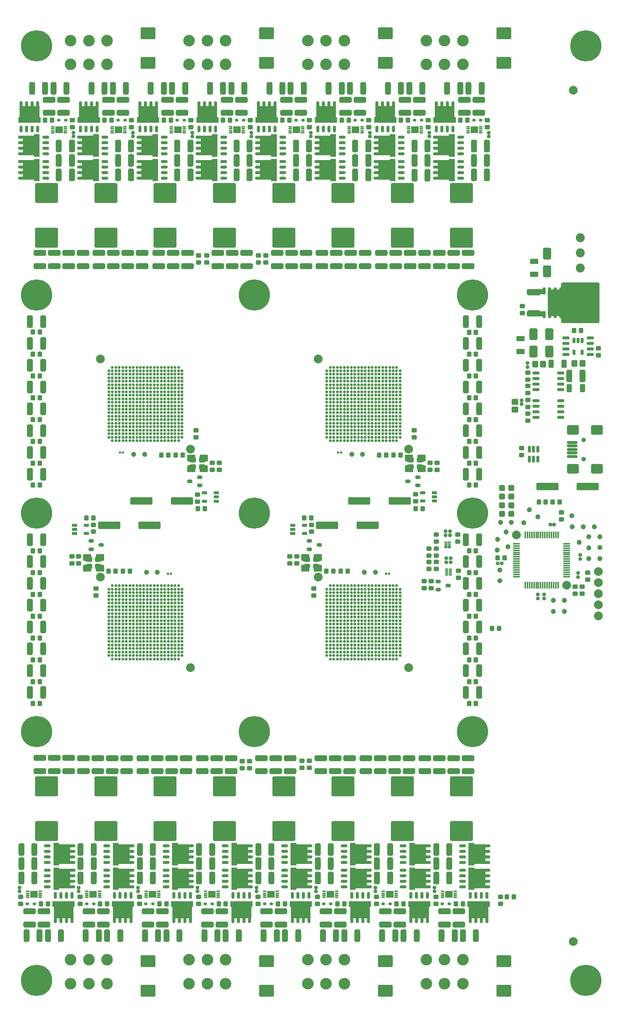
<source format=gts>
%FSLAX25Y25*%
%MOIN*%
G70*
G01*
G75*
G04 Layer_Color=8388736*
%ADD10R,0.02165X0.00787*%
G04:AMPARAMS|DCode=11|XSize=68.9mil|YSize=55.12mil|CornerRadius=7.99mil|HoleSize=0mil|Usage=FLASHONLY|Rotation=0.000|XOffset=0mil|YOffset=0mil|HoleType=Round|Shape=RoundedRectangle|*
%AMROUNDEDRECTD11*
21,1,0.06890,0.03913,0,0,0.0*
21,1,0.05291,0.05512,0,0,0.0*
1,1,0.01598,0.02646,-0.01957*
1,1,0.01598,-0.02646,-0.01957*
1,1,0.01598,-0.02646,0.01957*
1,1,0.01598,0.02646,0.01957*
%
%ADD11ROUNDEDRECTD11*%
G04:AMPARAMS|DCode=12|XSize=55.12mil|YSize=47.24mil|CornerRadius=7.8mil|HoleSize=0mil|Usage=FLASHONLY|Rotation=0.000|XOffset=0mil|YOffset=0mil|HoleType=Round|Shape=RoundedRectangle|*
%AMROUNDEDRECTD12*
21,1,0.05512,0.03165,0,0,0.0*
21,1,0.03953,0.04724,0,0,0.0*
1,1,0.01559,0.01976,-0.01583*
1,1,0.01559,-0.01976,-0.01583*
1,1,0.01559,-0.01976,0.01583*
1,1,0.01559,0.01976,0.01583*
%
%ADD12ROUNDEDRECTD12*%
G04:AMPARAMS|DCode=13|XSize=45.28mil|YSize=41.34mil|CornerRadius=7.85mil|HoleSize=0mil|Usage=FLASHONLY|Rotation=0.000|XOffset=0mil|YOffset=0mil|HoleType=Round|Shape=RoundedRectangle|*
%AMROUNDEDRECTD13*
21,1,0.04528,0.02563,0,0,0.0*
21,1,0.02957,0.04134,0,0,0.0*
1,1,0.01571,0.01478,-0.01282*
1,1,0.01571,-0.01478,-0.01282*
1,1,0.01571,-0.01478,0.01282*
1,1,0.01571,0.01478,0.01282*
%
%ADD13ROUNDEDRECTD13*%
G04:AMPARAMS|DCode=14|XSize=200.79mil|YSize=171.26mil|CornerRadius=7.71mil|HoleSize=0mil|Usage=FLASHONLY|Rotation=180.000|XOffset=0mil|YOffset=0mil|HoleType=Round|Shape=RoundedRectangle|*
%AMROUNDEDRECTD14*
21,1,0.20079,0.15585,0,0,180.0*
21,1,0.18537,0.17126,0,0,180.0*
1,1,0.01541,-0.09269,0.07792*
1,1,0.01541,0.09269,0.07792*
1,1,0.01541,0.09269,-0.07792*
1,1,0.01541,-0.09269,-0.07792*
%
%ADD14ROUNDEDRECTD14*%
%ADD15C,0.03937*%
%ADD16C,0.01772*%
G04:AMPARAMS|DCode=17|XSize=57.09mil|YSize=19.69mil|CornerRadius=7.87mil|HoleSize=0mil|Usage=FLASHONLY|Rotation=270.000|XOffset=0mil|YOffset=0mil|HoleType=Round|Shape=RoundedRectangle|*
%AMROUNDEDRECTD17*
21,1,0.05709,0.00394,0,0,270.0*
21,1,0.04134,0.01969,0,0,270.0*
1,1,0.01575,-0.00197,-0.02067*
1,1,0.01575,-0.00197,0.02067*
1,1,0.01575,0.00197,0.02067*
1,1,0.01575,0.00197,-0.02067*
%
%ADD17ROUNDEDRECTD17*%
%ADD18O,0.05906X0.01181*%
%ADD19O,0.01181X0.05906*%
G04:AMPARAMS|DCode=20|XSize=90.55mil|YSize=19.69mil|CornerRadius=7.87mil|HoleSize=0mil|Usage=FLASHONLY|Rotation=180.000|XOffset=0mil|YOffset=0mil|HoleType=Round|Shape=RoundedRectangle|*
%AMROUNDEDRECTD20*
21,1,0.09055,0.00394,0,0,180.0*
21,1,0.07480,0.01969,0,0,180.0*
1,1,0.01575,-0.03740,0.00197*
1,1,0.01575,0.03740,0.00197*
1,1,0.01575,0.03740,-0.00197*
1,1,0.01575,-0.03740,-0.00197*
%
%ADD20ROUNDEDRECTD20*%
G04:AMPARAMS|DCode=21|XSize=98.43mil|YSize=78.74mil|CornerRadius=7.87mil|HoleSize=0mil|Usage=FLASHONLY|Rotation=180.000|XOffset=0mil|YOffset=0mil|HoleType=Round|Shape=RoundedRectangle|*
%AMROUNDEDRECTD21*
21,1,0.09843,0.06299,0,0,180.0*
21,1,0.08268,0.07874,0,0,180.0*
1,1,0.01575,-0.04134,0.03150*
1,1,0.01575,0.04134,0.03150*
1,1,0.01575,0.04134,-0.03150*
1,1,0.01575,-0.04134,-0.03150*
%
%ADD21ROUNDEDRECTD21*%
G04:AMPARAMS|DCode=22|XSize=41.34mil|YSize=25.59mil|CornerRadius=7.93mil|HoleSize=0mil|Usage=FLASHONLY|Rotation=180.000|XOffset=0mil|YOffset=0mil|HoleType=Round|Shape=RoundedRectangle|*
%AMROUNDEDRECTD22*
21,1,0.04134,0.00972,0,0,180.0*
21,1,0.02547,0.02559,0,0,180.0*
1,1,0.01587,-0.01274,0.00486*
1,1,0.01587,0.01274,0.00486*
1,1,0.01587,0.01274,-0.00486*
1,1,0.01587,-0.01274,-0.00486*
%
%ADD22ROUNDEDRECTD22*%
G04:AMPARAMS|DCode=23|XSize=192.91mil|YSize=62.99mil|CornerRadius=7.87mil|HoleSize=0mil|Usage=FLASHONLY|Rotation=180.000|XOffset=0mil|YOffset=0mil|HoleType=Round|Shape=RoundedRectangle|*
%AMROUNDEDRECTD23*
21,1,0.19291,0.04724,0,0,180.0*
21,1,0.17716,0.06299,0,0,180.0*
1,1,0.01575,-0.08858,0.02362*
1,1,0.01575,0.08858,0.02362*
1,1,0.01575,0.08858,-0.02362*
1,1,0.01575,-0.08858,-0.02362*
%
%ADD23ROUNDEDRECTD23*%
G04:AMPARAMS|DCode=24|XSize=112.21mil|YSize=39.37mil|CornerRadius=7.87mil|HoleSize=0mil|Usage=FLASHONLY|Rotation=0.000|XOffset=0mil|YOffset=0mil|HoleType=Round|Shape=RoundedRectangle|*
%AMROUNDEDRECTD24*
21,1,0.11221,0.02362,0,0,0.0*
21,1,0.09646,0.03937,0,0,0.0*
1,1,0.01575,0.04823,-0.01181*
1,1,0.01575,-0.04823,-0.01181*
1,1,0.01575,-0.04823,0.01181*
1,1,0.01575,0.04823,0.01181*
%
%ADD24ROUNDEDRECTD24*%
G04:AMPARAMS|DCode=25|XSize=253.94mil|YSize=236.22mil|CornerRadius=8.27mil|HoleSize=0mil|Usage=FLASHONLY|Rotation=0.000|XOffset=0mil|YOffset=0mil|HoleType=Round|Shape=RoundedRectangle|*
%AMROUNDEDRECTD25*
21,1,0.25394,0.21968,0,0,0.0*
21,1,0.23740,0.23622,0,0,0.0*
1,1,0.01654,0.11870,-0.10984*
1,1,0.01654,-0.11870,-0.10984*
1,1,0.01654,-0.11870,0.10984*
1,1,0.01654,0.11870,0.10984*
%
%ADD25ROUNDEDRECTD25*%
G04:AMPARAMS|DCode=26|XSize=358.27mil|YSize=340.55mil|CornerRadius=8.51mil|HoleSize=0mil|Usage=FLASHONLY|Rotation=90.000|XOffset=0mil|YOffset=0mil|HoleType=Round|Shape=RoundedRectangle|*
%AMROUNDEDRECTD26*
21,1,0.35827,0.32352,0,0,90.0*
21,1,0.34124,0.34055,0,0,90.0*
1,1,0.01703,0.16176,0.17062*
1,1,0.01703,0.16176,-0.17062*
1,1,0.01703,-0.16176,-0.17062*
1,1,0.01703,-0.16176,0.17062*
%
%ADD26ROUNDEDRECTD26*%
G04:AMPARAMS|DCode=27|XSize=147.64mil|YSize=41.34mil|CornerRadius=7.85mil|HoleSize=0mil|Usage=FLASHONLY|Rotation=0.000|XOffset=0mil|YOffset=0mil|HoleType=Round|Shape=RoundedRectangle|*
%AMROUNDEDRECTD27*
21,1,0.14764,0.02563,0,0,0.0*
21,1,0.13193,0.04134,0,0,0.0*
1,1,0.01571,0.06597,-0.01282*
1,1,0.01571,-0.06597,-0.01282*
1,1,0.01571,-0.06597,0.01282*
1,1,0.01571,0.06597,0.01282*
%
%ADD27ROUNDEDRECTD27*%
%ADD28C,0.00787*%
%ADD29O,0.03347X0.00984*%
%ADD30O,0.05512X0.02362*%
%ADD31O,0.02362X0.05512*%
%ADD32O,0.06102X0.02362*%
%ADD33O,0.02362X0.06102*%
G04:AMPARAMS|DCode=34|XSize=25.59mil|YSize=19.69mil|CornerRadius=7.87mil|HoleSize=0mil|Usage=FLASHONLY|Rotation=0.000|XOffset=0mil|YOffset=0mil|HoleType=Round|Shape=RoundedRectangle|*
%AMROUNDEDRECTD34*
21,1,0.02559,0.00394,0,0,0.0*
21,1,0.00984,0.01969,0,0,0.0*
1,1,0.01575,0.00492,-0.00197*
1,1,0.01575,-0.00492,-0.00197*
1,1,0.01575,-0.00492,0.00197*
1,1,0.01575,0.00492,0.00197*
%
%ADD34ROUNDEDRECTD34*%
G04:AMPARAMS|DCode=35|XSize=106.3mil|YSize=45.28mil|CornerRadius=7.92mil|HoleSize=0mil|Usage=FLASHONLY|Rotation=0.000|XOffset=0mil|YOffset=0mil|HoleType=Round|Shape=RoundedRectangle|*
%AMROUNDEDRECTD35*
21,1,0.10630,0.02943,0,0,0.0*
21,1,0.09045,0.04528,0,0,0.0*
1,1,0.01585,0.04523,-0.01472*
1,1,0.01585,-0.04523,-0.01472*
1,1,0.01585,-0.04523,0.01472*
1,1,0.01585,0.04523,0.01472*
%
%ADD35ROUNDEDRECTD35*%
G04:AMPARAMS|DCode=36|XSize=106.3mil|YSize=45.28mil|CornerRadius=7.92mil|HoleSize=0mil|Usage=FLASHONLY|Rotation=270.000|XOffset=0mil|YOffset=0mil|HoleType=Round|Shape=RoundedRectangle|*
%AMROUNDEDRECTD36*
21,1,0.10630,0.02943,0,0,270.0*
21,1,0.09045,0.04528,0,0,270.0*
1,1,0.01585,-0.01472,-0.04523*
1,1,0.01585,-0.01472,0.04523*
1,1,0.01585,0.01472,0.04523*
1,1,0.01585,0.01472,-0.04523*
%
%ADD36ROUNDEDRECTD36*%
G04:AMPARAMS|DCode=37|XSize=57.09mil|YSize=45.28mil|CornerRadius=7.92mil|HoleSize=0mil|Usage=FLASHONLY|Rotation=0.000|XOffset=0mil|YOffset=0mil|HoleType=Round|Shape=RoundedRectangle|*
%AMROUNDEDRECTD37*
21,1,0.05709,0.02943,0,0,0.0*
21,1,0.04124,0.04528,0,0,0.0*
1,1,0.01585,0.02062,-0.01472*
1,1,0.01585,-0.02062,-0.01472*
1,1,0.01585,-0.02062,0.01472*
1,1,0.01585,0.02062,0.01472*
%
%ADD37ROUNDEDRECTD37*%
G04:AMPARAMS|DCode=38|XSize=57.09mil|YSize=45.28mil|CornerRadius=7.92mil|HoleSize=0mil|Usage=FLASHONLY|Rotation=90.000|XOffset=0mil|YOffset=0mil|HoleType=Round|Shape=RoundedRectangle|*
%AMROUNDEDRECTD38*
21,1,0.05709,0.02943,0,0,90.0*
21,1,0.04124,0.04528,0,0,90.0*
1,1,0.01585,0.01472,0.02062*
1,1,0.01585,0.01472,-0.02062*
1,1,0.01585,-0.01472,-0.02062*
1,1,0.01585,-0.01472,0.02062*
%
%ADD38ROUNDEDRECTD38*%
G04:AMPARAMS|DCode=39|XSize=68.9mil|YSize=41.34mil|CornerRadius=7.85mil|HoleSize=0mil|Usage=FLASHONLY|Rotation=270.000|XOffset=0mil|YOffset=0mil|HoleType=Round|Shape=RoundedRectangle|*
%AMROUNDEDRECTD39*
21,1,0.06890,0.02563,0,0,270.0*
21,1,0.05319,0.04134,0,0,270.0*
1,1,0.01571,-0.01282,-0.02660*
1,1,0.01571,-0.01282,0.02660*
1,1,0.01571,0.01282,0.02660*
1,1,0.01571,0.01282,-0.02660*
%
%ADD39ROUNDEDRECTD39*%
G04:AMPARAMS|DCode=40|XSize=68.9mil|YSize=41.34mil|CornerRadius=7.85mil|HoleSize=0mil|Usage=FLASHONLY|Rotation=180.000|XOffset=0mil|YOffset=0mil|HoleType=Round|Shape=RoundedRectangle|*
%AMROUNDEDRECTD40*
21,1,0.06890,0.02563,0,0,180.0*
21,1,0.05319,0.04134,0,0,180.0*
1,1,0.01571,-0.02660,0.01282*
1,1,0.01571,0.02660,0.01282*
1,1,0.01571,0.02660,-0.01282*
1,1,0.01571,-0.02660,-0.01282*
%
%ADD40ROUNDEDRECTD40*%
G04:AMPARAMS|DCode=41|XSize=47.24mil|YSize=47.24mil|CornerRadius=7.8mil|HoleSize=0mil|Usage=FLASHONLY|Rotation=0.000|XOffset=0mil|YOffset=0mil|HoleType=Round|Shape=RoundedRectangle|*
%AMROUNDEDRECTD41*
21,1,0.04724,0.03165,0,0,0.0*
21,1,0.03165,0.04724,0,0,0.0*
1,1,0.01559,0.01583,-0.01583*
1,1,0.01559,-0.01583,-0.01583*
1,1,0.01559,-0.01583,0.01583*
1,1,0.01559,0.01583,0.01583*
%
%ADD41ROUNDEDRECTD41*%
G04:AMPARAMS|DCode=42|XSize=39.37mil|YSize=35.43mil|CornerRadius=7.8mil|HoleSize=0mil|Usage=FLASHONLY|Rotation=0.000|XOffset=0mil|YOffset=0mil|HoleType=Round|Shape=RoundedRectangle|*
%AMROUNDEDRECTD42*
21,1,0.03937,0.01984,0,0,0.0*
21,1,0.02378,0.03543,0,0,0.0*
1,1,0.01559,0.01189,-0.00992*
1,1,0.01559,-0.01189,-0.00992*
1,1,0.01559,-0.01189,0.00992*
1,1,0.01559,0.01189,0.00992*
%
%ADD42ROUNDEDRECTD42*%
G04:AMPARAMS|DCode=43|XSize=39.37mil|YSize=35.43mil|CornerRadius=7.8mil|HoleSize=0mil|Usage=FLASHONLY|Rotation=270.000|XOffset=0mil|YOffset=0mil|HoleType=Round|Shape=RoundedRectangle|*
%AMROUNDEDRECTD43*
21,1,0.03937,0.01984,0,0,270.0*
21,1,0.02378,0.03543,0,0,270.0*
1,1,0.01559,-0.00992,-0.01189*
1,1,0.01559,-0.00992,0.01189*
1,1,0.01559,0.00992,0.01189*
1,1,0.01559,0.00992,-0.01189*
%
%ADD43ROUNDEDRECTD43*%
G04:AMPARAMS|DCode=44|XSize=39.37mil|YSize=37.4mil|CornerRadius=7.85mil|HoleSize=0mil|Usage=FLASHONLY|Rotation=270.000|XOffset=0mil|YOffset=0mil|HoleType=Round|Shape=RoundedRectangle|*
%AMROUNDEDRECTD44*
21,1,0.03937,0.02169,0,0,270.0*
21,1,0.02366,0.03740,0,0,270.0*
1,1,0.01571,-0.01085,-0.01183*
1,1,0.01571,-0.01085,0.01183*
1,1,0.01571,0.01085,0.01183*
1,1,0.01571,0.01085,-0.01183*
%
%ADD44ROUNDEDRECTD44*%
G04:AMPARAMS|DCode=45|XSize=39.37mil|YSize=37.4mil|CornerRadius=7.85mil|HoleSize=0mil|Usage=FLASHONLY|Rotation=0.000|XOffset=0mil|YOffset=0mil|HoleType=Round|Shape=RoundedRectangle|*
%AMROUNDEDRECTD45*
21,1,0.03937,0.02169,0,0,0.0*
21,1,0.02366,0.03740,0,0,0.0*
1,1,0.01571,0.01183,-0.01085*
1,1,0.01571,-0.01183,-0.01085*
1,1,0.01571,-0.01183,0.01085*
1,1,0.01571,0.01183,0.01085*
%
%ADD45ROUNDEDRECTD45*%
G04:AMPARAMS|DCode=46|XSize=24.41mil|YSize=24.41mil|CornerRadius=5.86mil|HoleSize=0mil|Usage=FLASHONLY|Rotation=0.000|XOffset=0mil|YOffset=0mil|HoleType=Round|Shape=RoundedRectangle|*
%AMROUNDEDRECTD46*
21,1,0.02441,0.01269,0,0,0.0*
21,1,0.01269,0.02441,0,0,0.0*
1,1,0.01172,0.00635,-0.00635*
1,1,0.01172,-0.00635,-0.00635*
1,1,0.01172,-0.00635,0.00635*
1,1,0.01172,0.00635,0.00635*
%
%ADD46ROUNDEDRECTD46*%
G04:AMPARAMS|DCode=47|XSize=24.41mil|YSize=24.41mil|CornerRadius=5.86mil|HoleSize=0mil|Usage=FLASHONLY|Rotation=270.000|XOffset=0mil|YOffset=0mil|HoleType=Round|Shape=RoundedRectangle|*
%AMROUNDEDRECTD47*
21,1,0.02441,0.01269,0,0,270.0*
21,1,0.01269,0.02441,0,0,270.0*
1,1,0.01172,-0.00635,-0.00635*
1,1,0.01172,-0.00635,0.00635*
1,1,0.01172,0.00635,0.00635*
1,1,0.01172,0.00635,-0.00635*
%
%ADD47ROUNDEDRECTD47*%
G04:AMPARAMS|DCode=48|XSize=17.32mil|YSize=16.54mil|CornerRadius=3.97mil|HoleSize=0mil|Usage=FLASHONLY|Rotation=0.000|XOffset=0mil|YOffset=0mil|HoleType=Round|Shape=RoundedRectangle|*
%AMROUNDEDRECTD48*
21,1,0.01732,0.00860,0,0,0.0*
21,1,0.00939,0.01654,0,0,0.0*
1,1,0.00794,0.00469,-0.00430*
1,1,0.00794,-0.00469,-0.00430*
1,1,0.00794,-0.00469,0.00430*
1,1,0.00794,0.00469,0.00430*
%
%ADD48ROUNDEDRECTD48*%
G04:AMPARAMS|DCode=49|XSize=43.31mil|YSize=21.65mil|CornerRadius=7.9mil|HoleSize=0mil|Usage=FLASHONLY|Rotation=270.000|XOffset=0mil|YOffset=0mil|HoleType=Round|Shape=RoundedRectangle|*
%AMROUNDEDRECTD49*
21,1,0.04331,0.00585,0,0,270.0*
21,1,0.02750,0.02165,0,0,270.0*
1,1,0.01581,-0.00292,-0.01375*
1,1,0.01581,-0.00292,0.01375*
1,1,0.01581,0.00292,0.01375*
1,1,0.01581,0.00292,-0.01375*
%
%ADD49ROUNDEDRECTD49*%
G04:AMPARAMS|DCode=50|XSize=43.31mil|YSize=21.65mil|CornerRadius=7.9mil|HoleSize=0mil|Usage=FLASHONLY|Rotation=180.000|XOffset=0mil|YOffset=0mil|HoleType=Round|Shape=RoundedRectangle|*
%AMROUNDEDRECTD50*
21,1,0.04331,0.00585,0,0,180.0*
21,1,0.02750,0.02165,0,0,180.0*
1,1,0.01581,-0.01375,0.00292*
1,1,0.01581,0.01375,0.00292*
1,1,0.01581,0.01375,-0.00292*
1,1,0.01581,-0.01375,-0.00292*
%
%ADD50ROUNDEDRECTD50*%
G04:AMPARAMS|DCode=51|XSize=129.92mil|YSize=98.43mil|CornerRadius=7.87mil|HoleSize=0mil|Usage=FLASHONLY|Rotation=0.000|XOffset=0mil|YOffset=0mil|HoleType=Round|Shape=RoundedRectangle|*
%AMROUNDEDRECTD51*
21,1,0.12992,0.08268,0,0,0.0*
21,1,0.11417,0.09843,0,0,0.0*
1,1,0.01575,0.05709,-0.04134*
1,1,0.01575,-0.05709,-0.04134*
1,1,0.01575,-0.05709,0.04134*
1,1,0.01575,0.05709,0.04134*
%
%ADD51ROUNDEDRECTD51*%
G04:AMPARAMS|DCode=52|XSize=98.43mil|YSize=66.93mil|CornerRadius=8.03mil|HoleSize=0mil|Usage=FLASHONLY|Rotation=90.000|XOffset=0mil|YOffset=0mil|HoleType=Round|Shape=RoundedRectangle|*
%AMROUNDEDRECTD52*
21,1,0.09843,0.05087,0,0,90.0*
21,1,0.08236,0.06693,0,0,90.0*
1,1,0.01606,0.02543,0.04118*
1,1,0.01606,0.02543,-0.04118*
1,1,0.01606,-0.02543,-0.04118*
1,1,0.01606,-0.02543,0.04118*
%
%ADD52ROUNDEDRECTD52*%
%ADD53C,0.01969*%
%ADD54C,0.00984*%
%ADD55C,0.01181*%
%ADD56C,0.00787*%
%ADD57C,0.03937*%
%ADD58C,0.00591*%
%ADD59C,0.00512*%
%ADD60C,0.01969*%
%ADD61C,0.07284*%
%ADD62C,0.09843*%
%ADD63C,0.07480*%
%ADD64C,0.27559*%
%ADD65C,0.02362*%
%ADD66C,0.00394*%
%ADD67C,0.00197*%
%ADD68C,0.19685*%
%ADD69C,0.00098*%
%ADD70C,0.00167*%
%ADD71C,0.00148*%
%ADD72C,0.00000*%
%ADD73R,0.02559X0.01181*%
G04:AMPARAMS|DCode=74|XSize=74.8mil|YSize=61.02mil|CornerRadius=10.95mil|HoleSize=0mil|Usage=FLASHONLY|Rotation=0.000|XOffset=0mil|YOffset=0mil|HoleType=Round|Shape=RoundedRectangle|*
%AMROUNDEDRECTD74*
21,1,0.07480,0.03913,0,0,0.0*
21,1,0.05291,0.06102,0,0,0.0*
1,1,0.02189,0.02646,-0.01957*
1,1,0.02189,-0.02646,-0.01957*
1,1,0.02189,-0.02646,0.01957*
1,1,0.02189,0.02646,0.01957*
%
%ADD74ROUNDEDRECTD74*%
G04:AMPARAMS|DCode=75|XSize=61.02mil|YSize=53.15mil|CornerRadius=10.75mil|HoleSize=0mil|Usage=FLASHONLY|Rotation=0.000|XOffset=0mil|YOffset=0mil|HoleType=Round|Shape=RoundedRectangle|*
%AMROUNDEDRECTD75*
21,1,0.06102,0.03165,0,0,0.0*
21,1,0.03953,0.05315,0,0,0.0*
1,1,0.02150,0.01976,-0.01583*
1,1,0.02150,-0.01976,-0.01583*
1,1,0.02150,-0.01976,0.01583*
1,1,0.02150,0.01976,0.01583*
%
%ADD75ROUNDEDRECTD75*%
G04:AMPARAMS|DCode=76|XSize=51.18mil|YSize=47.24mil|CornerRadius=10.81mil|HoleSize=0mil|Usage=FLASHONLY|Rotation=0.000|XOffset=0mil|YOffset=0mil|HoleType=Round|Shape=RoundedRectangle|*
%AMROUNDEDRECTD76*
21,1,0.05118,0.02563,0,0,0.0*
21,1,0.02957,0.04724,0,0,0.0*
1,1,0.02161,0.01478,-0.01282*
1,1,0.02161,-0.01478,-0.01282*
1,1,0.02161,-0.01478,0.01282*
1,1,0.02161,0.01478,0.01282*
%
%ADD76ROUNDEDRECTD76*%
G04:AMPARAMS|DCode=77|XSize=206.69mil|YSize=177.16mil|CornerRadius=10.66mil|HoleSize=0mil|Usage=FLASHONLY|Rotation=180.000|XOffset=0mil|YOffset=0mil|HoleType=Round|Shape=RoundedRectangle|*
%AMROUNDEDRECTD77*
21,1,0.20669,0.15585,0,0,180.0*
21,1,0.18537,0.17716,0,0,180.0*
1,1,0.02132,-0.09269,0.07792*
1,1,0.02132,0.09269,0.07792*
1,1,0.02132,0.09269,-0.07792*
1,1,0.02132,-0.09269,-0.07792*
%
%ADD77ROUNDEDRECTD77*%
%ADD78C,0.07874*%
%ADD79C,0.02572*%
G04:AMPARAMS|DCode=80|XSize=62.99mil|YSize=25.59mil|CornerRadius=10.83mil|HoleSize=0mil|Usage=FLASHONLY|Rotation=270.000|XOffset=0mil|YOffset=0mil|HoleType=Round|Shape=RoundedRectangle|*
%AMROUNDEDRECTD80*
21,1,0.06299,0.00394,0,0,270.0*
21,1,0.04134,0.02559,0,0,270.0*
1,1,0.02165,-0.00197,-0.02067*
1,1,0.02165,-0.00197,0.02067*
1,1,0.02165,0.00197,0.02067*
1,1,0.02165,0.00197,-0.02067*
%
%ADD80ROUNDEDRECTD80*%
%ADD81O,0.06299X0.01575*%
%ADD82O,0.01575X0.06299*%
G04:AMPARAMS|DCode=83|XSize=96.46mil|YSize=25.59mil|CornerRadius=10.83mil|HoleSize=0mil|Usage=FLASHONLY|Rotation=180.000|XOffset=0mil|YOffset=0mil|HoleType=Round|Shape=RoundedRectangle|*
%AMROUNDEDRECTD83*
21,1,0.09646,0.00394,0,0,180.0*
21,1,0.07480,0.02559,0,0,180.0*
1,1,0.02165,-0.03740,0.00197*
1,1,0.02165,0.03740,0.00197*
1,1,0.02165,0.03740,-0.00197*
1,1,0.02165,-0.03740,-0.00197*
%
%ADD83ROUNDEDRECTD83*%
G04:AMPARAMS|DCode=84|XSize=104.33mil|YSize=84.65mil|CornerRadius=10.83mil|HoleSize=0mil|Usage=FLASHONLY|Rotation=180.000|XOffset=0mil|YOffset=0mil|HoleType=Round|Shape=RoundedRectangle|*
%AMROUNDEDRECTD84*
21,1,0.10433,0.06299,0,0,180.0*
21,1,0.08268,0.08465,0,0,180.0*
1,1,0.02165,-0.04134,0.03150*
1,1,0.02165,0.04134,0.03150*
1,1,0.02165,0.04134,-0.03150*
1,1,0.02165,-0.04134,-0.03150*
%
%ADD84ROUNDEDRECTD84*%
G04:AMPARAMS|DCode=85|XSize=47.24mil|YSize=31.5mil|CornerRadius=10.89mil|HoleSize=0mil|Usage=FLASHONLY|Rotation=180.000|XOffset=0mil|YOffset=0mil|HoleType=Round|Shape=RoundedRectangle|*
%AMROUNDEDRECTD85*
21,1,0.04724,0.00972,0,0,180.0*
21,1,0.02547,0.03150,0,0,180.0*
1,1,0.02177,-0.01274,0.00486*
1,1,0.02177,0.01274,0.00486*
1,1,0.02177,0.01274,-0.00486*
1,1,0.02177,-0.01274,-0.00486*
%
%ADD85ROUNDEDRECTD85*%
G04:AMPARAMS|DCode=86|XSize=198.82mil|YSize=68.9mil|CornerRadius=10.83mil|HoleSize=0mil|Usage=FLASHONLY|Rotation=180.000|XOffset=0mil|YOffset=0mil|HoleType=Round|Shape=RoundedRectangle|*
%AMROUNDEDRECTD86*
21,1,0.19882,0.04724,0,0,180.0*
21,1,0.17716,0.06890,0,0,180.0*
1,1,0.02165,-0.08858,0.02362*
1,1,0.02165,0.08858,0.02362*
1,1,0.02165,0.08858,-0.02362*
1,1,0.02165,-0.08858,-0.02362*
%
%ADD86ROUNDEDRECTD86*%
G04:AMPARAMS|DCode=87|XSize=118.11mil|YSize=45.28mil|CornerRadius=10.83mil|HoleSize=0mil|Usage=FLASHONLY|Rotation=0.000|XOffset=0mil|YOffset=0mil|HoleType=Round|Shape=RoundedRectangle|*
%AMROUNDEDRECTD87*
21,1,0.11811,0.02362,0,0,0.0*
21,1,0.09646,0.04528,0,0,0.0*
1,1,0.02165,0.04823,-0.01181*
1,1,0.02165,-0.04823,-0.01181*
1,1,0.02165,-0.04823,0.01181*
1,1,0.02165,0.04823,0.01181*
%
%ADD87ROUNDEDRECTD87*%
G04:AMPARAMS|DCode=88|XSize=259.84mil|YSize=242.13mil|CornerRadius=11.22mil|HoleSize=0mil|Usage=FLASHONLY|Rotation=0.000|XOffset=0mil|YOffset=0mil|HoleType=Round|Shape=RoundedRectangle|*
%AMROUNDEDRECTD88*
21,1,0.25984,0.21968,0,0,0.0*
21,1,0.23740,0.24213,0,0,0.0*
1,1,0.02244,0.11870,-0.10984*
1,1,0.02244,-0.11870,-0.10984*
1,1,0.02244,-0.11870,0.10984*
1,1,0.02244,0.11870,0.10984*
%
%ADD88ROUNDEDRECTD88*%
G04:AMPARAMS|DCode=89|XSize=364.17mil|YSize=346.46mil|CornerRadius=11.47mil|HoleSize=0mil|Usage=FLASHONLY|Rotation=90.000|XOffset=0mil|YOffset=0mil|HoleType=Round|Shape=RoundedRectangle|*
%AMROUNDEDRECTD89*
21,1,0.36417,0.32352,0,0,90.0*
21,1,0.34124,0.34646,0,0,90.0*
1,1,0.02293,0.16176,0.17062*
1,1,0.02293,0.16176,-0.17062*
1,1,0.02293,-0.16176,-0.17062*
1,1,0.02293,-0.16176,0.17062*
%
%ADD89ROUNDEDRECTD89*%
G04:AMPARAMS|DCode=90|XSize=153.54mil|YSize=47.24mil|CornerRadius=10.81mil|HoleSize=0mil|Usage=FLASHONLY|Rotation=0.000|XOffset=0mil|YOffset=0mil|HoleType=Round|Shape=RoundedRectangle|*
%AMROUNDEDRECTD90*
21,1,0.15354,0.02563,0,0,0.0*
21,1,0.13193,0.04724,0,0,0.0*
1,1,0.02161,0.06597,-0.01282*
1,1,0.02161,-0.06597,-0.01282*
1,1,0.02161,-0.06597,0.01282*
1,1,0.02161,0.06597,0.01282*
%
%ADD90ROUNDEDRECTD90*%
%ADD91C,0.01587*%
%ADD92O,0.03740X0.01378*%
%ADD93O,0.06102X0.02953*%
%ADD94O,0.02953X0.06102*%
%ADD95O,0.06693X0.02953*%
%ADD96O,0.02953X0.06693*%
G04:AMPARAMS|DCode=97|XSize=31.5mil|YSize=25.59mil|CornerRadius=10.83mil|HoleSize=0mil|Usage=FLASHONLY|Rotation=0.000|XOffset=0mil|YOffset=0mil|HoleType=Round|Shape=RoundedRectangle|*
%AMROUNDEDRECTD97*
21,1,0.03150,0.00394,0,0,0.0*
21,1,0.00984,0.02559,0,0,0.0*
1,1,0.02165,0.00492,-0.00197*
1,1,0.02165,-0.00492,-0.00197*
1,1,0.02165,-0.00492,0.00197*
1,1,0.02165,0.00492,0.00197*
%
%ADD97ROUNDEDRECTD97*%
G04:AMPARAMS|DCode=98|XSize=112.21mil|YSize=51.18mil|CornerRadius=10.88mil|HoleSize=0mil|Usage=FLASHONLY|Rotation=0.000|XOffset=0mil|YOffset=0mil|HoleType=Round|Shape=RoundedRectangle|*
%AMROUNDEDRECTD98*
21,1,0.11221,0.02943,0,0,0.0*
21,1,0.09045,0.05118,0,0,0.0*
1,1,0.02175,0.04523,-0.01472*
1,1,0.02175,-0.04523,-0.01472*
1,1,0.02175,-0.04523,0.01472*
1,1,0.02175,0.04523,0.01472*
%
%ADD98ROUNDEDRECTD98*%
G04:AMPARAMS|DCode=99|XSize=112.21mil|YSize=51.18mil|CornerRadius=10.88mil|HoleSize=0mil|Usage=FLASHONLY|Rotation=270.000|XOffset=0mil|YOffset=0mil|HoleType=Round|Shape=RoundedRectangle|*
%AMROUNDEDRECTD99*
21,1,0.11221,0.02943,0,0,270.0*
21,1,0.09045,0.05118,0,0,270.0*
1,1,0.02175,-0.01472,-0.04523*
1,1,0.02175,-0.01472,0.04523*
1,1,0.02175,0.01472,0.04523*
1,1,0.02175,0.01472,-0.04523*
%
%ADD99ROUNDEDRECTD99*%
G04:AMPARAMS|DCode=100|XSize=62.99mil|YSize=51.18mil|CornerRadius=10.88mil|HoleSize=0mil|Usage=FLASHONLY|Rotation=0.000|XOffset=0mil|YOffset=0mil|HoleType=Round|Shape=RoundedRectangle|*
%AMROUNDEDRECTD100*
21,1,0.06299,0.02943,0,0,0.0*
21,1,0.04124,0.05118,0,0,0.0*
1,1,0.02175,0.02062,-0.01472*
1,1,0.02175,-0.02062,-0.01472*
1,1,0.02175,-0.02062,0.01472*
1,1,0.02175,0.02062,0.01472*
%
%ADD100ROUNDEDRECTD100*%
G04:AMPARAMS|DCode=101|XSize=62.99mil|YSize=51.18mil|CornerRadius=10.88mil|HoleSize=0mil|Usage=FLASHONLY|Rotation=90.000|XOffset=0mil|YOffset=0mil|HoleType=Round|Shape=RoundedRectangle|*
%AMROUNDEDRECTD101*
21,1,0.06299,0.02943,0,0,90.0*
21,1,0.04124,0.05118,0,0,90.0*
1,1,0.02175,0.01472,0.02062*
1,1,0.02175,0.01472,-0.02062*
1,1,0.02175,-0.01472,-0.02062*
1,1,0.02175,-0.01472,0.02062*
%
%ADD101ROUNDEDRECTD101*%
G04:AMPARAMS|DCode=102|XSize=74.8mil|YSize=47.24mil|CornerRadius=10.81mil|HoleSize=0mil|Usage=FLASHONLY|Rotation=270.000|XOffset=0mil|YOffset=0mil|HoleType=Round|Shape=RoundedRectangle|*
%AMROUNDEDRECTD102*
21,1,0.07480,0.02563,0,0,270.0*
21,1,0.05319,0.04724,0,0,270.0*
1,1,0.02161,-0.01282,-0.02660*
1,1,0.02161,-0.01282,0.02660*
1,1,0.02161,0.01282,0.02660*
1,1,0.02161,0.01282,-0.02660*
%
%ADD102ROUNDEDRECTD102*%
G04:AMPARAMS|DCode=103|XSize=74.8mil|YSize=47.24mil|CornerRadius=10.81mil|HoleSize=0mil|Usage=FLASHONLY|Rotation=180.000|XOffset=0mil|YOffset=0mil|HoleType=Round|Shape=RoundedRectangle|*
%AMROUNDEDRECTD103*
21,1,0.07480,0.02563,0,0,180.0*
21,1,0.05319,0.04724,0,0,180.0*
1,1,0.02161,-0.02660,0.01282*
1,1,0.02161,0.02660,0.01282*
1,1,0.02161,0.02660,-0.01282*
1,1,0.02161,-0.02660,-0.01282*
%
%ADD103ROUNDEDRECTD103*%
G04:AMPARAMS|DCode=104|XSize=53.15mil|YSize=53.15mil|CornerRadius=10.75mil|HoleSize=0mil|Usage=FLASHONLY|Rotation=0.000|XOffset=0mil|YOffset=0mil|HoleType=Round|Shape=RoundedRectangle|*
%AMROUNDEDRECTD104*
21,1,0.05315,0.03165,0,0,0.0*
21,1,0.03165,0.05315,0,0,0.0*
1,1,0.02150,0.01583,-0.01583*
1,1,0.02150,-0.01583,-0.01583*
1,1,0.02150,-0.01583,0.01583*
1,1,0.02150,0.01583,0.01583*
%
%ADD104ROUNDEDRECTD104*%
G04:AMPARAMS|DCode=105|XSize=45.28mil|YSize=41.34mil|CornerRadius=10.75mil|HoleSize=0mil|Usage=FLASHONLY|Rotation=0.000|XOffset=0mil|YOffset=0mil|HoleType=Round|Shape=RoundedRectangle|*
%AMROUNDEDRECTD105*
21,1,0.04528,0.01984,0,0,0.0*
21,1,0.02378,0.04134,0,0,0.0*
1,1,0.02150,0.01189,-0.00992*
1,1,0.02150,-0.01189,-0.00992*
1,1,0.02150,-0.01189,0.00992*
1,1,0.02150,0.01189,0.00992*
%
%ADD105ROUNDEDRECTD105*%
G04:AMPARAMS|DCode=106|XSize=45.28mil|YSize=41.34mil|CornerRadius=10.75mil|HoleSize=0mil|Usage=FLASHONLY|Rotation=270.000|XOffset=0mil|YOffset=0mil|HoleType=Round|Shape=RoundedRectangle|*
%AMROUNDEDRECTD106*
21,1,0.04528,0.01984,0,0,270.0*
21,1,0.02378,0.04134,0,0,270.0*
1,1,0.02150,-0.00992,-0.01189*
1,1,0.02150,-0.00992,0.01189*
1,1,0.02150,0.00992,0.01189*
1,1,0.02150,0.00992,-0.01189*
%
%ADD106ROUNDEDRECTD106*%
G04:AMPARAMS|DCode=107|XSize=45.28mil|YSize=43.31mil|CornerRadius=10.81mil|HoleSize=0mil|Usage=FLASHONLY|Rotation=270.000|XOffset=0mil|YOffset=0mil|HoleType=Round|Shape=RoundedRectangle|*
%AMROUNDEDRECTD107*
21,1,0.04528,0.02169,0,0,270.0*
21,1,0.02366,0.04331,0,0,270.0*
1,1,0.02161,-0.01085,-0.01183*
1,1,0.02161,-0.01085,0.01183*
1,1,0.02161,0.01085,0.01183*
1,1,0.02161,0.01085,-0.01183*
%
%ADD107ROUNDEDRECTD107*%
G04:AMPARAMS|DCode=108|XSize=45.28mil|YSize=43.31mil|CornerRadius=10.81mil|HoleSize=0mil|Usage=FLASHONLY|Rotation=0.000|XOffset=0mil|YOffset=0mil|HoleType=Round|Shape=RoundedRectangle|*
%AMROUNDEDRECTD108*
21,1,0.04528,0.02169,0,0,0.0*
21,1,0.02366,0.04331,0,0,0.0*
1,1,0.02161,0.01183,-0.01085*
1,1,0.02161,-0.01183,-0.01085*
1,1,0.02161,-0.01183,0.01085*
1,1,0.02161,0.01183,0.01085*
%
%ADD108ROUNDEDRECTD108*%
G04:AMPARAMS|DCode=109|XSize=30.32mil|YSize=30.32mil|CornerRadius=8.81mil|HoleSize=0mil|Usage=FLASHONLY|Rotation=0.000|XOffset=0mil|YOffset=0mil|HoleType=Round|Shape=RoundedRectangle|*
%AMROUNDEDRECTD109*
21,1,0.03032,0.01269,0,0,0.0*
21,1,0.01269,0.03032,0,0,0.0*
1,1,0.01762,0.00635,-0.00635*
1,1,0.01762,-0.00635,-0.00635*
1,1,0.01762,-0.00635,0.00635*
1,1,0.01762,0.00635,0.00635*
%
%ADD109ROUNDEDRECTD109*%
G04:AMPARAMS|DCode=110|XSize=30.32mil|YSize=30.32mil|CornerRadius=8.81mil|HoleSize=0mil|Usage=FLASHONLY|Rotation=270.000|XOffset=0mil|YOffset=0mil|HoleType=Round|Shape=RoundedRectangle|*
%AMROUNDEDRECTD110*
21,1,0.03032,0.01269,0,0,270.0*
21,1,0.01269,0.03032,0,0,270.0*
1,1,0.01762,-0.00635,-0.00635*
1,1,0.01762,-0.00635,0.00635*
1,1,0.01762,0.00635,0.00635*
1,1,0.01762,0.00635,-0.00635*
%
%ADD110ROUNDEDRECTD110*%
G04:AMPARAMS|DCode=111|XSize=23.23mil|YSize=22.44mil|CornerRadius=6.92mil|HoleSize=0mil|Usage=FLASHONLY|Rotation=0.000|XOffset=0mil|YOffset=0mil|HoleType=Round|Shape=RoundedRectangle|*
%AMROUNDEDRECTD111*
21,1,0.02323,0.00860,0,0,0.0*
21,1,0.00939,0.02244,0,0,0.0*
1,1,0.01384,0.00469,-0.00430*
1,1,0.01384,-0.00469,-0.00430*
1,1,0.01384,-0.00469,0.00430*
1,1,0.01384,0.00469,0.00430*
%
%ADD111ROUNDEDRECTD111*%
G04:AMPARAMS|DCode=112|XSize=49.21mil|YSize=27.56mil|CornerRadius=10.86mil|HoleSize=0mil|Usage=FLASHONLY|Rotation=270.000|XOffset=0mil|YOffset=0mil|HoleType=Round|Shape=RoundedRectangle|*
%AMROUNDEDRECTD112*
21,1,0.04921,0.00585,0,0,270.0*
21,1,0.02750,0.02756,0,0,270.0*
1,1,0.02171,-0.00292,-0.01375*
1,1,0.02171,-0.00292,0.01375*
1,1,0.02171,0.00292,0.01375*
1,1,0.02171,0.00292,-0.01375*
%
%ADD112ROUNDEDRECTD112*%
G04:AMPARAMS|DCode=113|XSize=49.21mil|YSize=27.56mil|CornerRadius=10.86mil|HoleSize=0mil|Usage=FLASHONLY|Rotation=180.000|XOffset=0mil|YOffset=0mil|HoleType=Round|Shape=RoundedRectangle|*
%AMROUNDEDRECTD113*
21,1,0.04921,0.00585,0,0,180.0*
21,1,0.02750,0.02756,0,0,180.0*
1,1,0.02171,-0.01375,0.00292*
1,1,0.02171,0.01375,0.00292*
1,1,0.02171,0.01375,-0.00292*
1,1,0.02171,-0.01375,-0.00292*
%
%ADD113ROUNDEDRECTD113*%
G04:AMPARAMS|DCode=114|XSize=135.83mil|YSize=104.33mil|CornerRadius=10.83mil|HoleSize=0mil|Usage=FLASHONLY|Rotation=0.000|XOffset=0mil|YOffset=0mil|HoleType=Round|Shape=RoundedRectangle|*
%AMROUNDEDRECTD114*
21,1,0.13583,0.08268,0,0,0.0*
21,1,0.11417,0.10433,0,0,0.0*
1,1,0.02165,0.05709,-0.04134*
1,1,0.02165,-0.05709,-0.04134*
1,1,0.02165,-0.05709,0.04134*
1,1,0.02165,0.05709,0.04134*
%
%ADD114ROUNDEDRECTD114*%
G04:AMPARAMS|DCode=115|XSize=104.33mil|YSize=72.84mil|CornerRadius=10.98mil|HoleSize=0mil|Usage=FLASHONLY|Rotation=90.000|XOffset=0mil|YOffset=0mil|HoleType=Round|Shape=RoundedRectangle|*
%AMROUNDEDRECTD115*
21,1,0.10433,0.05087,0,0,90.0*
21,1,0.08236,0.07284,0,0,90.0*
1,1,0.02197,0.02543,0.04118*
1,1,0.02197,0.02543,-0.04118*
1,1,0.02197,-0.02543,-0.04118*
1,1,0.02197,-0.02543,0.04118*
%
%ADD115ROUNDEDRECTD115*%
%ADD116C,0.04528*%
%ADD117C,0.04134*%
%ADD118C,0.07874*%
%ADD119C,0.10433*%
%ADD120C,0.08071*%
%ADD121C,0.28150*%
G36*
X307874Y120276D02*
X317913D01*
Y102559D01*
X307874D01*
Y101378D01*
X302756D01*
Y121457D01*
X307874D01*
Y120276D01*
D02*
G37*
G36*
X254331D02*
X264370D01*
Y102559D01*
X254331D01*
Y101378D01*
X249213D01*
Y121457D01*
X254331D01*
Y120276D01*
D02*
G37*
G36*
X414961D02*
X425000D01*
Y102559D01*
X414961D01*
Y101378D01*
X409842D01*
Y121457D01*
X414961D01*
Y120276D01*
D02*
G37*
G36*
X361417D02*
X371457D01*
Y102559D01*
X361417D01*
Y101378D01*
X356299D01*
Y121457D01*
X361417D01*
Y120276D01*
D02*
G37*
G36*
X93701D02*
X103740D01*
Y102559D01*
X93701D01*
Y101378D01*
X88583D01*
Y121457D01*
X93701D01*
Y120276D01*
D02*
G37*
G36*
X40157D02*
X50197D01*
Y102559D01*
X40157D01*
Y101378D01*
X35039D01*
Y121457D01*
X40157D01*
Y120276D01*
D02*
G37*
G36*
X200787D02*
X210827D01*
Y102559D01*
X200787D01*
Y101378D01*
X195669D01*
Y121457D01*
X200787D01*
Y120276D01*
D02*
G37*
G36*
X147244D02*
X157283D01*
Y102559D01*
X147244D01*
Y101378D01*
X142126D01*
Y121457D01*
X147244D01*
Y120276D01*
D02*
G37*
G36*
X307874Y142323D02*
X317913D01*
Y124606D01*
X307874D01*
Y123425D01*
X302756D01*
Y143504D01*
X307874D01*
Y142323D01*
D02*
G37*
G36*
X254331D02*
X264370D01*
Y124606D01*
X254331D01*
Y123425D01*
X249213D01*
Y143504D01*
X254331D01*
Y142323D01*
D02*
G37*
G36*
X414961D02*
X425000D01*
Y124606D01*
X414961D01*
Y123425D01*
X409842D01*
Y143504D01*
X414961D01*
Y142323D01*
D02*
G37*
G36*
X361417D02*
X371457D01*
Y124606D01*
X361417D01*
Y123425D01*
X356299D01*
Y143504D01*
X361417D01*
Y142323D01*
D02*
G37*
G36*
X93701D02*
X103740D01*
Y124606D01*
X93701D01*
Y123425D01*
X88583D01*
Y143504D01*
X93701D01*
Y142323D01*
D02*
G37*
G36*
X40157D02*
X50197D01*
Y124606D01*
X40157D01*
Y123425D01*
X35039D01*
Y143504D01*
X40157D01*
Y142323D01*
D02*
G37*
G36*
X200787D02*
X210827D01*
Y124606D01*
X200787D01*
Y123425D01*
X195669D01*
Y143504D01*
X200787D01*
Y142323D01*
D02*
G37*
G36*
X147244D02*
X157283D01*
Y124606D01*
X147244D01*
Y123425D01*
X142126D01*
Y143504D01*
X147244D01*
Y142323D01*
D02*
G37*
G36*
X321850Y85827D02*
X320669D01*
Y75787D01*
X302953D01*
Y85827D01*
X301772D01*
Y90945D01*
X321850D01*
Y85827D01*
D02*
G37*
G36*
X268307D02*
X267126D01*
Y75787D01*
X249409D01*
Y85827D01*
X248228D01*
Y90945D01*
X268307D01*
Y85827D01*
D02*
G37*
G36*
X428937D02*
X427756D01*
Y75787D01*
X410039D01*
Y85827D01*
X408858D01*
Y90945D01*
X428937D01*
Y85827D01*
D02*
G37*
G36*
X375394D02*
X374213D01*
Y75787D01*
X356496D01*
Y85827D01*
X355315D01*
Y90945D01*
X375394D01*
Y85827D01*
D02*
G37*
G36*
X107677D02*
X106496D01*
Y75787D01*
X88779D01*
Y85827D01*
X87598D01*
Y90945D01*
X107677D01*
Y85827D01*
D02*
G37*
G36*
X54134D02*
X52953D01*
Y75787D01*
X35236D01*
Y85827D01*
X34055D01*
Y90945D01*
X54134D01*
Y85827D01*
D02*
G37*
G36*
X214764D02*
X213583D01*
Y75787D01*
X195866D01*
Y85827D01*
X194685D01*
Y90945D01*
X214764D01*
Y85827D01*
D02*
G37*
G36*
X161221D02*
X160039D01*
Y75787D01*
X142323D01*
Y85827D01*
X141142D01*
Y90945D01*
X161221D01*
Y85827D01*
D02*
G37*
G36*
X288386Y94193D02*
X281693D01*
Y100295D01*
X288386D01*
Y94193D01*
D02*
G37*
G36*
X234842D02*
X228150D01*
Y100295D01*
X234842D01*
Y94193D01*
D02*
G37*
G36*
X395472D02*
X388779D01*
Y100295D01*
X395472D01*
Y94193D01*
D02*
G37*
G36*
X341929D02*
X335236D01*
Y100295D01*
X341929D01*
Y94193D01*
D02*
G37*
G36*
X74213D02*
X67520D01*
Y100295D01*
X74213D01*
Y94193D01*
D02*
G37*
G36*
X20669D02*
X13976D01*
Y100295D01*
X20669D01*
Y94193D01*
D02*
G37*
G36*
X181299D02*
X174606D01*
Y100295D01*
X181299D01*
Y94193D01*
D02*
G37*
G36*
X127756D02*
X121063D01*
Y100295D01*
X127756D01*
Y94193D01*
D02*
G37*
G36*
X311221Y783563D02*
X304528D01*
Y789665D01*
X311221D01*
Y783563D01*
D02*
G37*
G36*
X257677D02*
X250984D01*
Y789665D01*
X257677D01*
Y783563D01*
D02*
G37*
G36*
X418307D02*
X411614D01*
Y789665D01*
X418307D01*
Y783563D01*
D02*
G37*
G36*
X364764D02*
X358071D01*
Y789665D01*
X364764D01*
Y783563D01*
D02*
G37*
G36*
X97047D02*
X90354D01*
Y789665D01*
X97047D01*
Y783563D01*
D02*
G37*
G36*
X43504D02*
X36811D01*
Y789665D01*
X43504D01*
Y783563D01*
D02*
G37*
G36*
X204134D02*
X197441D01*
Y789665D01*
X204134D01*
Y783563D01*
D02*
G37*
G36*
X150591D02*
X143898D01*
Y789665D01*
X150591D01*
Y783563D01*
D02*
G37*
G36*
X289961Y798032D02*
X291142D01*
Y792913D01*
X271063D01*
Y798032D01*
X272244D01*
Y808071D01*
X289961D01*
Y798032D01*
D02*
G37*
G36*
X236417D02*
X237598D01*
Y792913D01*
X217520D01*
Y798032D01*
X218701D01*
Y808071D01*
X236417D01*
Y798032D01*
D02*
G37*
G36*
X397047D02*
X398228D01*
Y792913D01*
X378150D01*
Y798032D01*
X379331D01*
Y808071D01*
X397047D01*
Y798032D01*
D02*
G37*
G36*
X343504D02*
X344685D01*
Y792913D01*
X324606D01*
Y798032D01*
X325787D01*
Y808071D01*
X343504D01*
Y798032D01*
D02*
G37*
G36*
X75787D02*
X76968D01*
Y792913D01*
X56890D01*
Y798032D01*
X58071D01*
Y808071D01*
X75787D01*
Y798032D01*
D02*
G37*
G36*
X22244D02*
X23425D01*
Y792913D01*
X3347D01*
Y798032D01*
X4528D01*
Y808071D01*
X22244D01*
Y798032D01*
D02*
G37*
G36*
X182874D02*
X184055D01*
Y792913D01*
X163976D01*
Y798032D01*
X165157D01*
Y808071D01*
X182874D01*
Y798032D01*
D02*
G37*
G36*
X129331D02*
X130512D01*
Y792913D01*
X110433D01*
Y798032D01*
X111614D01*
Y808071D01*
X129331D01*
Y798032D01*
D02*
G37*
G36*
X290158Y740354D02*
X285039D01*
Y741535D01*
X275000D01*
Y759252D01*
X285039D01*
Y760433D01*
X290158D01*
Y740354D01*
D02*
G37*
G36*
X236614D02*
X231496D01*
Y741535D01*
X221457D01*
Y759252D01*
X231496D01*
Y760433D01*
X236614D01*
Y740354D01*
D02*
G37*
G36*
X397244D02*
X392126D01*
Y741535D01*
X382087D01*
Y759252D01*
X392126D01*
Y760433D01*
X397244D01*
Y740354D01*
D02*
G37*
G36*
X343701D02*
X338583D01*
Y741535D01*
X328543D01*
Y759252D01*
X338583D01*
Y760433D01*
X343701D01*
Y740354D01*
D02*
G37*
G36*
X75984D02*
X70866D01*
Y741535D01*
X60827D01*
Y759252D01*
X70866D01*
Y760433D01*
X75984D01*
Y740354D01*
D02*
G37*
G36*
X22441D02*
X17323D01*
Y741535D01*
X7283D01*
Y759252D01*
X17323D01*
Y760433D01*
X22441D01*
Y740354D01*
D02*
G37*
G36*
X183071D02*
X177953D01*
Y741535D01*
X167913D01*
Y759252D01*
X177953D01*
Y760433D01*
X183071D01*
Y740354D01*
D02*
G37*
G36*
X129528D02*
X124409D01*
Y741535D01*
X114370D01*
Y759252D01*
X124409D01*
Y760433D01*
X129528D01*
Y740354D01*
D02*
G37*
G36*
X290158Y762402D02*
X285039D01*
Y763583D01*
X275000D01*
Y781299D01*
X285039D01*
Y782480D01*
X290158D01*
Y762402D01*
D02*
G37*
G36*
X236614D02*
X231496D01*
Y763583D01*
X221457D01*
Y781299D01*
X231496D01*
Y782480D01*
X236614D01*
Y762402D01*
D02*
G37*
G36*
X397244D02*
X392126D01*
Y763583D01*
X382087D01*
Y781299D01*
X392126D01*
Y782480D01*
X397244D01*
Y762402D01*
D02*
G37*
G36*
X343701D02*
X338583D01*
Y763583D01*
X328543D01*
Y781299D01*
X338583D01*
Y782480D01*
X343701D01*
Y762402D01*
D02*
G37*
G36*
X75984D02*
X70866D01*
Y763583D01*
X60827D01*
Y781299D01*
X70866D01*
Y782480D01*
X75984D01*
Y762402D01*
D02*
G37*
G36*
X22441D02*
X17323D01*
Y763583D01*
X7283D01*
Y781299D01*
X17323D01*
Y782480D01*
X22441D01*
Y762402D01*
D02*
G37*
G36*
X183071D02*
X177953D01*
Y763583D01*
X167913D01*
Y781299D01*
X177953D01*
Y782480D01*
X183071D01*
Y762402D01*
D02*
G37*
G36*
X129528D02*
X124409D01*
Y763583D01*
X114370D01*
Y781299D01*
X124409D01*
Y782480D01*
X129528D01*
Y762402D01*
D02*
G37*
D73*
X392520Y414567D02*
D03*
Y412992D02*
D03*
Y411417D02*
D03*
Y409842D02*
D03*
X389370D02*
D03*
Y411417D02*
D03*
Y412992D02*
D03*
Y414567D02*
D03*
X393327Y390158D02*
D03*
Y388583D02*
D03*
Y387008D02*
D03*
Y385433D02*
D03*
X390177D02*
D03*
Y387008D02*
D03*
Y388583D02*
D03*
Y390158D02*
D03*
D74*
X367520Y480905D02*
D03*
X356102D02*
D03*
Y490748D02*
D03*
X367520D02*
D03*
X262402Y400984D02*
D03*
X273819D02*
D03*
Y391142D02*
D03*
X262402D02*
D03*
X65551Y400984D02*
D03*
X76968D02*
D03*
Y391142D02*
D03*
X65551D02*
D03*
X170669Y480905D02*
D03*
X159252D02*
D03*
Y490748D02*
D03*
X170669D02*
D03*
D75*
X366732Y489764D02*
D03*
X356890D02*
D03*
Y481890D02*
D03*
X366732D02*
D03*
X263189Y392126D02*
D03*
X273031D02*
D03*
Y400000D02*
D03*
X263189D02*
D03*
X66339Y392126D02*
D03*
X76181D02*
D03*
Y400000D02*
D03*
X66339D02*
D03*
X169882Y489764D02*
D03*
X160039D02*
D03*
Y481890D02*
D03*
X169882D02*
D03*
D76*
X168898Y482677D02*
D03*
X161024D02*
D03*
Y488976D02*
D03*
X168898D02*
D03*
X365748Y482677D02*
D03*
X357874D02*
D03*
Y488976D02*
D03*
X365748D02*
D03*
X264173Y399213D02*
D03*
X272047D02*
D03*
Y392913D02*
D03*
X264173D02*
D03*
X67323Y399213D02*
D03*
X75197D02*
D03*
Y392913D02*
D03*
X67323D02*
D03*
D77*
X135827Y194587D02*
D03*
Y154232D02*
D03*
Y689272D02*
D03*
Y729626D02*
D03*
X350000Y689272D02*
D03*
Y729626D02*
D03*
X296457Y194587D02*
D03*
Y154232D02*
D03*
X82284Y194587D02*
D03*
Y154232D02*
D03*
X189370Y689272D02*
D03*
Y729626D02*
D03*
X403543Y689272D02*
D03*
Y729626D02*
D03*
X242913Y194587D02*
D03*
Y154232D02*
D03*
X28740Y689272D02*
D03*
Y729626D02*
D03*
X242913Y689272D02*
D03*
Y729626D02*
D03*
X403543Y194587D02*
D03*
Y154232D02*
D03*
X189370Y194587D02*
D03*
Y154232D02*
D03*
X82284Y689272D02*
D03*
Y729626D02*
D03*
X296457Y689272D02*
D03*
Y729626D02*
D03*
X350000Y194587D02*
D03*
Y154232D02*
D03*
X28740Y194587D02*
D03*
Y154232D02*
D03*
D78*
X355709Y498622D02*
D03*
X274213Y580118D02*
D03*
Y383268D02*
D03*
X355709Y301772D02*
D03*
X77362Y383268D02*
D03*
X158858Y301772D02*
D03*
Y498622D02*
D03*
X77362Y580118D02*
D03*
X453179Y421193D02*
D03*
X498455Y375918D02*
D03*
X504350Y822441D02*
D03*
Y54724D02*
D03*
D79*
X281890Y509449D02*
D03*
Y512598D02*
D03*
Y515748D02*
D03*
Y518898D02*
D03*
Y522047D02*
D03*
Y525197D02*
D03*
Y528346D02*
D03*
Y531496D02*
D03*
Y534646D02*
D03*
Y537795D02*
D03*
Y540945D02*
D03*
Y544095D02*
D03*
Y547244D02*
D03*
Y550394D02*
D03*
Y553543D02*
D03*
Y556693D02*
D03*
Y559842D02*
D03*
Y562992D02*
D03*
Y566142D02*
D03*
Y569291D02*
D03*
X285039Y506299D02*
D03*
Y509449D02*
D03*
Y512598D02*
D03*
Y515748D02*
D03*
Y518898D02*
D03*
Y522047D02*
D03*
Y525197D02*
D03*
Y528346D02*
D03*
Y531496D02*
D03*
Y534646D02*
D03*
Y537795D02*
D03*
Y540945D02*
D03*
Y544095D02*
D03*
Y547244D02*
D03*
Y550394D02*
D03*
Y553543D02*
D03*
Y556693D02*
D03*
Y559842D02*
D03*
Y562992D02*
D03*
Y566142D02*
D03*
Y569291D02*
D03*
Y572441D02*
D03*
X288189Y506299D02*
D03*
Y509449D02*
D03*
Y512598D02*
D03*
Y515748D02*
D03*
Y518898D02*
D03*
Y522047D02*
D03*
Y525197D02*
D03*
Y528346D02*
D03*
Y531496D02*
D03*
Y534646D02*
D03*
Y537795D02*
D03*
Y540945D02*
D03*
Y544095D02*
D03*
Y547244D02*
D03*
Y550394D02*
D03*
Y553543D02*
D03*
Y556693D02*
D03*
Y559842D02*
D03*
Y562992D02*
D03*
Y566142D02*
D03*
Y569291D02*
D03*
Y572441D02*
D03*
X291339Y506299D02*
D03*
Y509449D02*
D03*
Y512598D02*
D03*
Y515748D02*
D03*
Y518898D02*
D03*
Y522047D02*
D03*
Y525197D02*
D03*
Y528346D02*
D03*
Y531496D02*
D03*
Y534646D02*
D03*
Y537795D02*
D03*
Y540945D02*
D03*
Y544095D02*
D03*
Y547244D02*
D03*
Y550394D02*
D03*
Y553543D02*
D03*
Y556693D02*
D03*
Y559842D02*
D03*
Y562992D02*
D03*
Y566142D02*
D03*
Y569291D02*
D03*
Y572441D02*
D03*
X294488Y506299D02*
D03*
Y509449D02*
D03*
Y512598D02*
D03*
Y515748D02*
D03*
Y518898D02*
D03*
Y522047D02*
D03*
Y525197D02*
D03*
Y528346D02*
D03*
Y531496D02*
D03*
Y534646D02*
D03*
Y537795D02*
D03*
Y540945D02*
D03*
Y544095D02*
D03*
Y547244D02*
D03*
Y550394D02*
D03*
Y553543D02*
D03*
Y556693D02*
D03*
Y559842D02*
D03*
Y562992D02*
D03*
Y566142D02*
D03*
Y569291D02*
D03*
Y572441D02*
D03*
X297638Y506299D02*
D03*
Y509449D02*
D03*
Y512598D02*
D03*
Y515748D02*
D03*
Y518898D02*
D03*
Y522047D02*
D03*
Y525197D02*
D03*
Y528346D02*
D03*
Y531496D02*
D03*
Y534646D02*
D03*
Y537795D02*
D03*
Y540945D02*
D03*
Y544095D02*
D03*
Y547244D02*
D03*
Y550394D02*
D03*
Y553543D02*
D03*
Y556693D02*
D03*
Y559842D02*
D03*
Y562992D02*
D03*
Y566142D02*
D03*
Y569291D02*
D03*
Y572441D02*
D03*
X300787Y506299D02*
D03*
Y509449D02*
D03*
Y512598D02*
D03*
Y515748D02*
D03*
Y518898D02*
D03*
Y522047D02*
D03*
Y525197D02*
D03*
Y528346D02*
D03*
Y531496D02*
D03*
Y534646D02*
D03*
Y537795D02*
D03*
Y540945D02*
D03*
Y544095D02*
D03*
Y547244D02*
D03*
Y550394D02*
D03*
Y553543D02*
D03*
Y556693D02*
D03*
Y559842D02*
D03*
Y562992D02*
D03*
Y566142D02*
D03*
Y569291D02*
D03*
Y572441D02*
D03*
X303937Y506299D02*
D03*
Y509449D02*
D03*
Y512598D02*
D03*
Y515748D02*
D03*
Y518898D02*
D03*
Y522047D02*
D03*
Y525197D02*
D03*
Y528346D02*
D03*
Y531496D02*
D03*
Y534646D02*
D03*
Y537795D02*
D03*
Y540945D02*
D03*
Y544095D02*
D03*
Y547244D02*
D03*
Y550394D02*
D03*
Y553543D02*
D03*
Y556693D02*
D03*
Y559842D02*
D03*
Y562992D02*
D03*
Y566142D02*
D03*
Y569291D02*
D03*
Y572441D02*
D03*
X307087Y506299D02*
D03*
Y509449D02*
D03*
Y512598D02*
D03*
Y515748D02*
D03*
Y518898D02*
D03*
Y522047D02*
D03*
Y525197D02*
D03*
Y528346D02*
D03*
Y531496D02*
D03*
Y534646D02*
D03*
Y537795D02*
D03*
Y540945D02*
D03*
Y544095D02*
D03*
Y547244D02*
D03*
Y550394D02*
D03*
Y553543D02*
D03*
Y556693D02*
D03*
Y559842D02*
D03*
Y562992D02*
D03*
Y566142D02*
D03*
Y569291D02*
D03*
Y572441D02*
D03*
X310236Y506299D02*
D03*
Y509449D02*
D03*
Y512598D02*
D03*
Y515748D02*
D03*
Y518898D02*
D03*
Y522047D02*
D03*
Y525197D02*
D03*
Y528346D02*
D03*
Y531496D02*
D03*
Y534646D02*
D03*
Y537795D02*
D03*
Y540945D02*
D03*
Y544095D02*
D03*
Y547244D02*
D03*
Y550394D02*
D03*
Y553543D02*
D03*
Y556693D02*
D03*
Y559842D02*
D03*
Y562992D02*
D03*
Y566142D02*
D03*
Y569291D02*
D03*
Y572441D02*
D03*
X313386Y506299D02*
D03*
Y509449D02*
D03*
Y512598D02*
D03*
Y515748D02*
D03*
Y518898D02*
D03*
Y522047D02*
D03*
Y525197D02*
D03*
Y528346D02*
D03*
Y531496D02*
D03*
Y534646D02*
D03*
Y537795D02*
D03*
Y540945D02*
D03*
Y544095D02*
D03*
Y547244D02*
D03*
Y550394D02*
D03*
Y553543D02*
D03*
Y556693D02*
D03*
Y559842D02*
D03*
Y562992D02*
D03*
Y566142D02*
D03*
Y569291D02*
D03*
Y572441D02*
D03*
X316535Y506299D02*
D03*
Y509449D02*
D03*
Y512598D02*
D03*
Y515748D02*
D03*
Y518898D02*
D03*
Y522047D02*
D03*
Y525197D02*
D03*
Y528346D02*
D03*
Y531496D02*
D03*
Y534646D02*
D03*
Y537795D02*
D03*
Y540945D02*
D03*
Y544095D02*
D03*
Y547244D02*
D03*
Y550394D02*
D03*
Y553543D02*
D03*
Y556693D02*
D03*
Y559842D02*
D03*
Y562992D02*
D03*
Y566142D02*
D03*
Y569291D02*
D03*
Y572441D02*
D03*
X319685Y506299D02*
D03*
Y509449D02*
D03*
Y512598D02*
D03*
Y515748D02*
D03*
Y518898D02*
D03*
Y522047D02*
D03*
Y525197D02*
D03*
Y528346D02*
D03*
Y531496D02*
D03*
Y534646D02*
D03*
Y537795D02*
D03*
Y540945D02*
D03*
Y544095D02*
D03*
Y547244D02*
D03*
Y550394D02*
D03*
Y553543D02*
D03*
Y556693D02*
D03*
Y559842D02*
D03*
Y562992D02*
D03*
Y566142D02*
D03*
Y569291D02*
D03*
Y572441D02*
D03*
X322835Y506299D02*
D03*
Y509449D02*
D03*
Y512598D02*
D03*
Y515748D02*
D03*
Y518898D02*
D03*
Y522047D02*
D03*
Y525197D02*
D03*
Y528346D02*
D03*
Y531496D02*
D03*
Y534646D02*
D03*
Y537795D02*
D03*
Y540945D02*
D03*
Y544095D02*
D03*
Y547244D02*
D03*
Y550394D02*
D03*
Y553543D02*
D03*
Y556693D02*
D03*
Y559842D02*
D03*
Y562992D02*
D03*
Y566142D02*
D03*
Y569291D02*
D03*
Y572441D02*
D03*
X325984Y506299D02*
D03*
Y509449D02*
D03*
Y512598D02*
D03*
Y515748D02*
D03*
Y518898D02*
D03*
Y522047D02*
D03*
Y525197D02*
D03*
Y528346D02*
D03*
Y531496D02*
D03*
Y534646D02*
D03*
Y537795D02*
D03*
Y540945D02*
D03*
Y544095D02*
D03*
Y547244D02*
D03*
Y550394D02*
D03*
Y553543D02*
D03*
Y556693D02*
D03*
Y559842D02*
D03*
Y562992D02*
D03*
Y566142D02*
D03*
Y569291D02*
D03*
Y572441D02*
D03*
X329134Y506299D02*
D03*
Y509449D02*
D03*
Y512598D02*
D03*
Y515748D02*
D03*
Y518898D02*
D03*
Y522047D02*
D03*
Y525197D02*
D03*
Y528346D02*
D03*
Y531496D02*
D03*
Y534646D02*
D03*
Y537795D02*
D03*
Y540945D02*
D03*
Y544095D02*
D03*
Y547244D02*
D03*
Y550394D02*
D03*
Y553543D02*
D03*
Y556693D02*
D03*
Y559842D02*
D03*
Y562992D02*
D03*
Y566142D02*
D03*
Y569291D02*
D03*
Y572441D02*
D03*
X332283Y506299D02*
D03*
Y509449D02*
D03*
Y512598D02*
D03*
Y515748D02*
D03*
Y518898D02*
D03*
Y522047D02*
D03*
Y525197D02*
D03*
Y528346D02*
D03*
Y531496D02*
D03*
Y534646D02*
D03*
Y537795D02*
D03*
Y540945D02*
D03*
Y544095D02*
D03*
Y547244D02*
D03*
Y550394D02*
D03*
Y553543D02*
D03*
Y556693D02*
D03*
Y559842D02*
D03*
Y562992D02*
D03*
Y566142D02*
D03*
Y569291D02*
D03*
Y572441D02*
D03*
X335433Y506299D02*
D03*
Y509449D02*
D03*
Y512598D02*
D03*
Y515748D02*
D03*
Y518898D02*
D03*
Y522047D02*
D03*
Y525197D02*
D03*
Y528346D02*
D03*
Y531496D02*
D03*
Y534646D02*
D03*
Y537795D02*
D03*
Y540945D02*
D03*
Y544095D02*
D03*
Y547244D02*
D03*
Y550394D02*
D03*
Y553543D02*
D03*
Y556693D02*
D03*
Y559842D02*
D03*
Y562992D02*
D03*
Y566142D02*
D03*
Y569291D02*
D03*
Y572441D02*
D03*
X338583Y506299D02*
D03*
Y509449D02*
D03*
Y512598D02*
D03*
Y515748D02*
D03*
Y518898D02*
D03*
Y522047D02*
D03*
Y525197D02*
D03*
Y528346D02*
D03*
Y531496D02*
D03*
Y534646D02*
D03*
Y537795D02*
D03*
Y540945D02*
D03*
Y544095D02*
D03*
Y547244D02*
D03*
Y550394D02*
D03*
Y553543D02*
D03*
Y556693D02*
D03*
Y559842D02*
D03*
Y562992D02*
D03*
Y566142D02*
D03*
Y569291D02*
D03*
Y572441D02*
D03*
X341732Y506299D02*
D03*
Y509449D02*
D03*
Y512598D02*
D03*
Y515748D02*
D03*
Y518898D02*
D03*
Y522047D02*
D03*
Y525197D02*
D03*
Y528346D02*
D03*
Y531496D02*
D03*
Y534646D02*
D03*
Y537795D02*
D03*
Y540945D02*
D03*
Y544095D02*
D03*
Y547244D02*
D03*
Y550394D02*
D03*
Y553543D02*
D03*
Y556693D02*
D03*
Y559842D02*
D03*
Y562992D02*
D03*
Y566142D02*
D03*
Y569291D02*
D03*
Y572441D02*
D03*
X344882Y506299D02*
D03*
Y509449D02*
D03*
Y512598D02*
D03*
Y515748D02*
D03*
Y518898D02*
D03*
Y522047D02*
D03*
Y525197D02*
D03*
Y528346D02*
D03*
Y531496D02*
D03*
Y534646D02*
D03*
Y537795D02*
D03*
Y540945D02*
D03*
Y544095D02*
D03*
Y547244D02*
D03*
Y550394D02*
D03*
Y553543D02*
D03*
Y556693D02*
D03*
Y559842D02*
D03*
Y562992D02*
D03*
Y566142D02*
D03*
Y569291D02*
D03*
Y572441D02*
D03*
X348031Y509449D02*
D03*
Y512598D02*
D03*
Y515748D02*
D03*
Y518898D02*
D03*
Y522047D02*
D03*
Y525197D02*
D03*
Y528346D02*
D03*
Y531496D02*
D03*
Y534646D02*
D03*
Y537795D02*
D03*
Y540945D02*
D03*
Y544095D02*
D03*
Y547244D02*
D03*
Y550394D02*
D03*
Y553543D02*
D03*
Y556693D02*
D03*
Y559842D02*
D03*
Y562992D02*
D03*
Y566142D02*
D03*
Y569291D02*
D03*
Y372441D02*
D03*
Y369291D02*
D03*
Y366142D02*
D03*
Y362992D02*
D03*
Y359842D02*
D03*
Y356693D02*
D03*
Y353543D02*
D03*
Y350394D02*
D03*
Y347244D02*
D03*
Y344094D02*
D03*
Y340945D02*
D03*
Y337795D02*
D03*
Y334646D02*
D03*
Y331496D02*
D03*
Y328346D02*
D03*
Y325197D02*
D03*
Y322047D02*
D03*
Y318898D02*
D03*
Y315748D02*
D03*
Y312598D02*
D03*
X344882Y375590D02*
D03*
Y372441D02*
D03*
Y369291D02*
D03*
Y366142D02*
D03*
Y362992D02*
D03*
Y359842D02*
D03*
Y356693D02*
D03*
Y353543D02*
D03*
Y350394D02*
D03*
Y347244D02*
D03*
Y344094D02*
D03*
Y340945D02*
D03*
Y337795D02*
D03*
Y334646D02*
D03*
Y331496D02*
D03*
Y328346D02*
D03*
Y325197D02*
D03*
Y322047D02*
D03*
Y318898D02*
D03*
Y315748D02*
D03*
Y312598D02*
D03*
Y309449D02*
D03*
X341732Y375590D02*
D03*
Y372441D02*
D03*
Y369291D02*
D03*
Y366142D02*
D03*
Y362992D02*
D03*
Y359842D02*
D03*
Y356693D02*
D03*
Y353543D02*
D03*
Y350394D02*
D03*
Y347244D02*
D03*
Y344094D02*
D03*
Y340945D02*
D03*
Y337795D02*
D03*
Y334646D02*
D03*
Y331496D02*
D03*
Y328346D02*
D03*
Y325197D02*
D03*
Y322047D02*
D03*
Y318898D02*
D03*
Y315748D02*
D03*
Y312598D02*
D03*
Y309449D02*
D03*
X338583Y375590D02*
D03*
Y372441D02*
D03*
Y369291D02*
D03*
Y366142D02*
D03*
Y362992D02*
D03*
Y359842D02*
D03*
Y356693D02*
D03*
Y353543D02*
D03*
Y350394D02*
D03*
Y347244D02*
D03*
Y344094D02*
D03*
Y340945D02*
D03*
Y337795D02*
D03*
Y334646D02*
D03*
Y331496D02*
D03*
Y328346D02*
D03*
Y325197D02*
D03*
Y322047D02*
D03*
Y318898D02*
D03*
Y315748D02*
D03*
Y312598D02*
D03*
Y309449D02*
D03*
X335433Y375590D02*
D03*
Y372441D02*
D03*
Y369291D02*
D03*
Y366142D02*
D03*
Y362992D02*
D03*
Y359842D02*
D03*
Y356693D02*
D03*
Y353543D02*
D03*
Y350394D02*
D03*
Y347244D02*
D03*
Y344094D02*
D03*
Y340945D02*
D03*
Y337795D02*
D03*
Y334646D02*
D03*
Y331496D02*
D03*
Y328346D02*
D03*
Y325197D02*
D03*
Y322047D02*
D03*
Y318898D02*
D03*
Y315748D02*
D03*
Y312598D02*
D03*
Y309449D02*
D03*
X332283Y375590D02*
D03*
Y372441D02*
D03*
Y369291D02*
D03*
Y366142D02*
D03*
Y362992D02*
D03*
Y359842D02*
D03*
Y356693D02*
D03*
Y353543D02*
D03*
Y350394D02*
D03*
Y347244D02*
D03*
Y344094D02*
D03*
Y340945D02*
D03*
Y337795D02*
D03*
Y334646D02*
D03*
Y331496D02*
D03*
Y328346D02*
D03*
Y325197D02*
D03*
Y322047D02*
D03*
Y318898D02*
D03*
Y315748D02*
D03*
Y312598D02*
D03*
Y309449D02*
D03*
X329134Y375590D02*
D03*
Y372441D02*
D03*
Y369291D02*
D03*
Y366142D02*
D03*
Y362992D02*
D03*
Y359842D02*
D03*
Y356693D02*
D03*
Y353543D02*
D03*
Y350394D02*
D03*
Y347244D02*
D03*
Y344094D02*
D03*
Y340945D02*
D03*
Y337795D02*
D03*
Y334646D02*
D03*
Y331496D02*
D03*
Y328346D02*
D03*
Y325197D02*
D03*
Y322047D02*
D03*
Y318898D02*
D03*
Y315748D02*
D03*
Y312598D02*
D03*
Y309449D02*
D03*
X325984Y375590D02*
D03*
Y372441D02*
D03*
Y369291D02*
D03*
Y366142D02*
D03*
Y362992D02*
D03*
Y359842D02*
D03*
Y356693D02*
D03*
Y353543D02*
D03*
Y350394D02*
D03*
Y347244D02*
D03*
Y344094D02*
D03*
Y340945D02*
D03*
Y337795D02*
D03*
Y334646D02*
D03*
Y331496D02*
D03*
Y328346D02*
D03*
Y325197D02*
D03*
Y322047D02*
D03*
Y318898D02*
D03*
Y315748D02*
D03*
Y312598D02*
D03*
Y309449D02*
D03*
X322835Y375590D02*
D03*
Y372441D02*
D03*
Y369291D02*
D03*
Y366142D02*
D03*
Y362992D02*
D03*
Y359842D02*
D03*
Y356693D02*
D03*
Y353543D02*
D03*
Y350394D02*
D03*
Y347244D02*
D03*
Y344094D02*
D03*
Y340945D02*
D03*
Y337795D02*
D03*
Y334646D02*
D03*
Y331496D02*
D03*
Y328346D02*
D03*
Y325197D02*
D03*
Y322047D02*
D03*
Y318898D02*
D03*
Y315748D02*
D03*
Y312598D02*
D03*
Y309449D02*
D03*
X319685Y375590D02*
D03*
Y372441D02*
D03*
Y369291D02*
D03*
Y366142D02*
D03*
Y362992D02*
D03*
Y359842D02*
D03*
Y356693D02*
D03*
Y353543D02*
D03*
Y350394D02*
D03*
Y347244D02*
D03*
Y344094D02*
D03*
Y340945D02*
D03*
Y337795D02*
D03*
Y334646D02*
D03*
Y331496D02*
D03*
Y328346D02*
D03*
Y325197D02*
D03*
Y322047D02*
D03*
Y318898D02*
D03*
Y315748D02*
D03*
Y312598D02*
D03*
Y309449D02*
D03*
X316535Y375590D02*
D03*
Y372441D02*
D03*
Y369291D02*
D03*
Y366142D02*
D03*
Y362992D02*
D03*
Y359842D02*
D03*
Y356693D02*
D03*
Y353543D02*
D03*
Y350394D02*
D03*
Y347244D02*
D03*
Y344094D02*
D03*
Y340945D02*
D03*
Y337795D02*
D03*
Y334646D02*
D03*
Y331496D02*
D03*
Y328346D02*
D03*
Y325197D02*
D03*
Y322047D02*
D03*
Y318898D02*
D03*
Y315748D02*
D03*
Y312598D02*
D03*
Y309449D02*
D03*
X313386Y375590D02*
D03*
Y372441D02*
D03*
Y369291D02*
D03*
Y366142D02*
D03*
Y362992D02*
D03*
Y359842D02*
D03*
Y356693D02*
D03*
Y353543D02*
D03*
Y350394D02*
D03*
Y347244D02*
D03*
Y344094D02*
D03*
Y340945D02*
D03*
Y337795D02*
D03*
Y334646D02*
D03*
Y331496D02*
D03*
Y328346D02*
D03*
Y325197D02*
D03*
Y322047D02*
D03*
Y318898D02*
D03*
Y315748D02*
D03*
Y312598D02*
D03*
Y309449D02*
D03*
X310236Y375590D02*
D03*
Y372441D02*
D03*
Y369291D02*
D03*
Y366142D02*
D03*
Y362992D02*
D03*
Y359842D02*
D03*
Y356693D02*
D03*
Y353543D02*
D03*
Y350394D02*
D03*
Y347244D02*
D03*
Y344094D02*
D03*
Y340945D02*
D03*
Y337795D02*
D03*
Y334646D02*
D03*
Y331496D02*
D03*
Y328346D02*
D03*
Y325197D02*
D03*
Y322047D02*
D03*
Y318898D02*
D03*
Y315748D02*
D03*
Y312598D02*
D03*
Y309449D02*
D03*
X307087Y375590D02*
D03*
Y372441D02*
D03*
Y369291D02*
D03*
Y366142D02*
D03*
Y362992D02*
D03*
Y359842D02*
D03*
Y356693D02*
D03*
Y353543D02*
D03*
Y350394D02*
D03*
Y347244D02*
D03*
Y344094D02*
D03*
Y340945D02*
D03*
Y337795D02*
D03*
Y334646D02*
D03*
Y331496D02*
D03*
Y328346D02*
D03*
Y325197D02*
D03*
Y322047D02*
D03*
Y318898D02*
D03*
Y315748D02*
D03*
Y312598D02*
D03*
Y309449D02*
D03*
X303937Y375590D02*
D03*
Y372441D02*
D03*
Y369291D02*
D03*
Y366142D02*
D03*
Y362992D02*
D03*
Y359842D02*
D03*
Y356693D02*
D03*
Y353543D02*
D03*
Y350394D02*
D03*
Y347244D02*
D03*
Y344094D02*
D03*
Y340945D02*
D03*
Y337795D02*
D03*
Y334646D02*
D03*
Y331496D02*
D03*
Y328346D02*
D03*
Y325197D02*
D03*
Y322047D02*
D03*
Y318898D02*
D03*
Y315748D02*
D03*
Y312598D02*
D03*
Y309449D02*
D03*
X300787Y375590D02*
D03*
Y372441D02*
D03*
Y369291D02*
D03*
Y366142D02*
D03*
Y362992D02*
D03*
Y359842D02*
D03*
Y356693D02*
D03*
Y353543D02*
D03*
Y350394D02*
D03*
Y347244D02*
D03*
Y344094D02*
D03*
Y340945D02*
D03*
Y337795D02*
D03*
Y334646D02*
D03*
Y331496D02*
D03*
Y328346D02*
D03*
Y325197D02*
D03*
Y322047D02*
D03*
Y318898D02*
D03*
Y315748D02*
D03*
Y312598D02*
D03*
Y309449D02*
D03*
X297638Y375590D02*
D03*
Y372441D02*
D03*
Y369291D02*
D03*
Y366142D02*
D03*
Y362992D02*
D03*
Y359842D02*
D03*
Y356693D02*
D03*
Y353543D02*
D03*
Y350394D02*
D03*
Y347244D02*
D03*
Y344094D02*
D03*
Y340945D02*
D03*
Y337795D02*
D03*
Y334646D02*
D03*
Y331496D02*
D03*
Y328346D02*
D03*
Y325197D02*
D03*
Y322047D02*
D03*
Y318898D02*
D03*
Y315748D02*
D03*
Y312598D02*
D03*
Y309449D02*
D03*
X294488Y375590D02*
D03*
Y372441D02*
D03*
Y369291D02*
D03*
Y366142D02*
D03*
Y362992D02*
D03*
Y359842D02*
D03*
Y356693D02*
D03*
Y353543D02*
D03*
Y350394D02*
D03*
Y347244D02*
D03*
Y344094D02*
D03*
Y340945D02*
D03*
Y337795D02*
D03*
Y334646D02*
D03*
Y331496D02*
D03*
Y328346D02*
D03*
Y325197D02*
D03*
Y322047D02*
D03*
Y318898D02*
D03*
Y315748D02*
D03*
Y312598D02*
D03*
Y309449D02*
D03*
X291339Y375590D02*
D03*
Y372441D02*
D03*
Y369291D02*
D03*
Y366142D02*
D03*
Y362992D02*
D03*
Y359842D02*
D03*
Y356693D02*
D03*
Y353543D02*
D03*
Y350394D02*
D03*
Y347244D02*
D03*
Y344094D02*
D03*
Y340945D02*
D03*
Y337795D02*
D03*
Y334646D02*
D03*
Y331496D02*
D03*
Y328346D02*
D03*
Y325197D02*
D03*
Y322047D02*
D03*
Y318898D02*
D03*
Y315748D02*
D03*
Y312598D02*
D03*
Y309449D02*
D03*
X288189Y375590D02*
D03*
Y372441D02*
D03*
Y369291D02*
D03*
Y366142D02*
D03*
Y362992D02*
D03*
Y359842D02*
D03*
Y356693D02*
D03*
Y353543D02*
D03*
Y350394D02*
D03*
Y347244D02*
D03*
Y344094D02*
D03*
Y340945D02*
D03*
Y337795D02*
D03*
Y334646D02*
D03*
Y331496D02*
D03*
Y328346D02*
D03*
Y325197D02*
D03*
Y322047D02*
D03*
Y318898D02*
D03*
Y315748D02*
D03*
Y312598D02*
D03*
Y309449D02*
D03*
X285039Y375590D02*
D03*
Y372441D02*
D03*
Y369291D02*
D03*
Y366142D02*
D03*
Y362992D02*
D03*
Y359842D02*
D03*
Y356693D02*
D03*
Y353543D02*
D03*
Y350394D02*
D03*
Y347244D02*
D03*
Y344094D02*
D03*
Y340945D02*
D03*
Y337795D02*
D03*
Y334646D02*
D03*
Y331496D02*
D03*
Y328346D02*
D03*
Y325197D02*
D03*
Y322047D02*
D03*
Y318898D02*
D03*
Y315748D02*
D03*
Y312598D02*
D03*
Y309449D02*
D03*
X281890Y372441D02*
D03*
Y369291D02*
D03*
Y366142D02*
D03*
Y362992D02*
D03*
Y359842D02*
D03*
Y356693D02*
D03*
Y353543D02*
D03*
Y350394D02*
D03*
Y347244D02*
D03*
Y344094D02*
D03*
Y340945D02*
D03*
Y337795D02*
D03*
Y334646D02*
D03*
Y331496D02*
D03*
Y328346D02*
D03*
Y325197D02*
D03*
Y322047D02*
D03*
Y318898D02*
D03*
Y315748D02*
D03*
Y312598D02*
D03*
X151181Y372441D02*
D03*
Y369291D02*
D03*
Y366142D02*
D03*
Y362992D02*
D03*
Y359842D02*
D03*
Y356693D02*
D03*
Y353543D02*
D03*
Y350394D02*
D03*
Y347244D02*
D03*
Y344094D02*
D03*
Y340945D02*
D03*
Y337795D02*
D03*
Y334646D02*
D03*
Y331496D02*
D03*
Y328346D02*
D03*
Y325197D02*
D03*
Y322047D02*
D03*
Y318898D02*
D03*
Y315748D02*
D03*
Y312598D02*
D03*
X148031Y375590D02*
D03*
Y372441D02*
D03*
Y369291D02*
D03*
Y366142D02*
D03*
Y362992D02*
D03*
Y359842D02*
D03*
Y356693D02*
D03*
Y353543D02*
D03*
Y350394D02*
D03*
Y347244D02*
D03*
Y344094D02*
D03*
Y340945D02*
D03*
Y337795D02*
D03*
Y334646D02*
D03*
Y331496D02*
D03*
Y328346D02*
D03*
Y325197D02*
D03*
Y322047D02*
D03*
Y318898D02*
D03*
Y315748D02*
D03*
Y312598D02*
D03*
Y309449D02*
D03*
X144882Y375590D02*
D03*
Y372441D02*
D03*
Y369291D02*
D03*
Y366142D02*
D03*
Y362992D02*
D03*
Y359842D02*
D03*
Y356693D02*
D03*
Y353543D02*
D03*
Y350394D02*
D03*
Y347244D02*
D03*
Y344094D02*
D03*
Y340945D02*
D03*
Y337795D02*
D03*
Y334646D02*
D03*
Y331496D02*
D03*
Y328346D02*
D03*
Y325197D02*
D03*
Y322047D02*
D03*
Y318898D02*
D03*
Y315748D02*
D03*
Y312598D02*
D03*
Y309449D02*
D03*
X141732Y375590D02*
D03*
Y372441D02*
D03*
Y369291D02*
D03*
Y366142D02*
D03*
Y362992D02*
D03*
Y359842D02*
D03*
Y356693D02*
D03*
Y353543D02*
D03*
Y350394D02*
D03*
Y347244D02*
D03*
Y344094D02*
D03*
Y340945D02*
D03*
Y337795D02*
D03*
Y334646D02*
D03*
Y331496D02*
D03*
Y328346D02*
D03*
Y325197D02*
D03*
Y322047D02*
D03*
Y318898D02*
D03*
Y315748D02*
D03*
Y312598D02*
D03*
Y309449D02*
D03*
X138583Y375590D02*
D03*
Y372441D02*
D03*
Y369291D02*
D03*
Y366142D02*
D03*
Y362992D02*
D03*
Y359842D02*
D03*
Y356693D02*
D03*
Y353543D02*
D03*
Y350394D02*
D03*
Y347244D02*
D03*
Y344094D02*
D03*
Y340945D02*
D03*
Y337795D02*
D03*
Y334646D02*
D03*
Y331496D02*
D03*
Y328346D02*
D03*
Y325197D02*
D03*
Y322047D02*
D03*
Y318898D02*
D03*
Y315748D02*
D03*
Y312598D02*
D03*
Y309449D02*
D03*
X135433Y375590D02*
D03*
Y372441D02*
D03*
Y369291D02*
D03*
Y366142D02*
D03*
Y362992D02*
D03*
Y359842D02*
D03*
Y356693D02*
D03*
Y353543D02*
D03*
Y350394D02*
D03*
Y347244D02*
D03*
Y344094D02*
D03*
Y340945D02*
D03*
Y337795D02*
D03*
Y334646D02*
D03*
Y331496D02*
D03*
Y328346D02*
D03*
Y325197D02*
D03*
Y322047D02*
D03*
Y318898D02*
D03*
Y315748D02*
D03*
Y312598D02*
D03*
Y309449D02*
D03*
X132283Y375590D02*
D03*
Y372441D02*
D03*
Y369291D02*
D03*
Y366142D02*
D03*
Y362992D02*
D03*
Y359842D02*
D03*
Y356693D02*
D03*
Y353543D02*
D03*
Y350394D02*
D03*
Y347244D02*
D03*
Y344094D02*
D03*
Y340945D02*
D03*
Y337795D02*
D03*
Y334646D02*
D03*
Y331496D02*
D03*
Y328346D02*
D03*
Y325197D02*
D03*
Y322047D02*
D03*
Y318898D02*
D03*
Y315748D02*
D03*
Y312598D02*
D03*
Y309449D02*
D03*
X129134Y375590D02*
D03*
Y372441D02*
D03*
Y369291D02*
D03*
Y366142D02*
D03*
Y362992D02*
D03*
Y359842D02*
D03*
Y356693D02*
D03*
Y353543D02*
D03*
Y350394D02*
D03*
Y347244D02*
D03*
Y344094D02*
D03*
Y340945D02*
D03*
Y337795D02*
D03*
Y334646D02*
D03*
Y331496D02*
D03*
Y328346D02*
D03*
Y325197D02*
D03*
Y322047D02*
D03*
Y318898D02*
D03*
Y315748D02*
D03*
Y312598D02*
D03*
Y309449D02*
D03*
X125984Y375590D02*
D03*
Y372441D02*
D03*
Y369291D02*
D03*
Y366142D02*
D03*
Y362992D02*
D03*
Y359842D02*
D03*
Y356693D02*
D03*
Y353543D02*
D03*
Y350394D02*
D03*
Y347244D02*
D03*
Y344094D02*
D03*
Y340945D02*
D03*
Y337795D02*
D03*
Y334646D02*
D03*
Y331496D02*
D03*
Y328346D02*
D03*
Y325197D02*
D03*
Y322047D02*
D03*
Y318898D02*
D03*
Y315748D02*
D03*
Y312598D02*
D03*
Y309449D02*
D03*
X122835Y375590D02*
D03*
Y372441D02*
D03*
Y369291D02*
D03*
Y366142D02*
D03*
Y362992D02*
D03*
Y359842D02*
D03*
Y356693D02*
D03*
Y353543D02*
D03*
Y350394D02*
D03*
Y347244D02*
D03*
Y344094D02*
D03*
Y340945D02*
D03*
Y337795D02*
D03*
Y334646D02*
D03*
Y331496D02*
D03*
Y328346D02*
D03*
Y325197D02*
D03*
Y322047D02*
D03*
Y318898D02*
D03*
Y315748D02*
D03*
Y312598D02*
D03*
Y309449D02*
D03*
X119685Y375590D02*
D03*
Y372441D02*
D03*
Y369291D02*
D03*
Y366142D02*
D03*
Y362992D02*
D03*
Y359842D02*
D03*
Y356693D02*
D03*
Y353543D02*
D03*
Y350394D02*
D03*
Y347244D02*
D03*
Y344094D02*
D03*
Y340945D02*
D03*
Y337795D02*
D03*
Y334646D02*
D03*
Y331496D02*
D03*
Y328346D02*
D03*
Y325197D02*
D03*
Y322047D02*
D03*
Y318898D02*
D03*
Y315748D02*
D03*
Y312598D02*
D03*
Y309449D02*
D03*
X116535Y375590D02*
D03*
Y372441D02*
D03*
Y369291D02*
D03*
Y366142D02*
D03*
Y362992D02*
D03*
Y359842D02*
D03*
Y356693D02*
D03*
Y353543D02*
D03*
Y350394D02*
D03*
Y347244D02*
D03*
Y344094D02*
D03*
Y340945D02*
D03*
Y337795D02*
D03*
Y334646D02*
D03*
Y331496D02*
D03*
Y328346D02*
D03*
Y325197D02*
D03*
Y322047D02*
D03*
Y318898D02*
D03*
Y315748D02*
D03*
Y312598D02*
D03*
Y309449D02*
D03*
X113386Y375590D02*
D03*
Y372441D02*
D03*
Y369291D02*
D03*
Y366142D02*
D03*
Y362992D02*
D03*
Y359842D02*
D03*
Y356693D02*
D03*
Y353543D02*
D03*
Y350394D02*
D03*
Y347244D02*
D03*
Y344094D02*
D03*
Y340945D02*
D03*
Y337795D02*
D03*
Y334646D02*
D03*
Y331496D02*
D03*
Y328346D02*
D03*
Y325197D02*
D03*
Y322047D02*
D03*
Y318898D02*
D03*
Y315748D02*
D03*
Y312598D02*
D03*
Y309449D02*
D03*
X110236Y375590D02*
D03*
Y372441D02*
D03*
Y369291D02*
D03*
Y366142D02*
D03*
Y362992D02*
D03*
Y359842D02*
D03*
Y356693D02*
D03*
Y353543D02*
D03*
Y350394D02*
D03*
Y347244D02*
D03*
Y344094D02*
D03*
Y340945D02*
D03*
Y337795D02*
D03*
Y334646D02*
D03*
Y331496D02*
D03*
Y328346D02*
D03*
Y325197D02*
D03*
Y322047D02*
D03*
Y318898D02*
D03*
Y315748D02*
D03*
Y312598D02*
D03*
Y309449D02*
D03*
X107087Y375590D02*
D03*
Y372441D02*
D03*
Y369291D02*
D03*
Y366142D02*
D03*
Y362992D02*
D03*
Y359842D02*
D03*
Y356693D02*
D03*
Y353543D02*
D03*
Y350394D02*
D03*
Y347244D02*
D03*
Y344094D02*
D03*
Y340945D02*
D03*
Y337795D02*
D03*
Y334646D02*
D03*
Y331496D02*
D03*
Y328346D02*
D03*
Y325197D02*
D03*
Y322047D02*
D03*
Y318898D02*
D03*
Y315748D02*
D03*
Y312598D02*
D03*
Y309449D02*
D03*
X103937Y375590D02*
D03*
Y372441D02*
D03*
Y369291D02*
D03*
Y366142D02*
D03*
Y362992D02*
D03*
Y359842D02*
D03*
Y356693D02*
D03*
Y353543D02*
D03*
Y350394D02*
D03*
Y347244D02*
D03*
Y344094D02*
D03*
Y340945D02*
D03*
Y337795D02*
D03*
Y334646D02*
D03*
Y331496D02*
D03*
Y328346D02*
D03*
Y325197D02*
D03*
Y322047D02*
D03*
Y318898D02*
D03*
Y315748D02*
D03*
Y312598D02*
D03*
Y309449D02*
D03*
X100787Y375590D02*
D03*
Y372441D02*
D03*
Y369291D02*
D03*
Y366142D02*
D03*
Y362992D02*
D03*
Y359842D02*
D03*
Y356693D02*
D03*
Y353543D02*
D03*
Y350394D02*
D03*
Y347244D02*
D03*
Y344094D02*
D03*
Y340945D02*
D03*
Y337795D02*
D03*
Y334646D02*
D03*
Y331496D02*
D03*
Y328346D02*
D03*
Y325197D02*
D03*
Y322047D02*
D03*
Y318898D02*
D03*
Y315748D02*
D03*
Y312598D02*
D03*
Y309449D02*
D03*
X97638Y375590D02*
D03*
Y372441D02*
D03*
Y369291D02*
D03*
Y366142D02*
D03*
Y362992D02*
D03*
Y359842D02*
D03*
Y356693D02*
D03*
Y353543D02*
D03*
Y350394D02*
D03*
Y347244D02*
D03*
Y344094D02*
D03*
Y340945D02*
D03*
Y337795D02*
D03*
Y334646D02*
D03*
Y331496D02*
D03*
Y328346D02*
D03*
Y325197D02*
D03*
Y322047D02*
D03*
Y318898D02*
D03*
Y315748D02*
D03*
Y312598D02*
D03*
Y309449D02*
D03*
X94488Y375590D02*
D03*
Y372441D02*
D03*
Y369291D02*
D03*
Y366142D02*
D03*
Y362992D02*
D03*
Y359842D02*
D03*
Y356693D02*
D03*
Y353543D02*
D03*
Y350394D02*
D03*
Y347244D02*
D03*
Y344094D02*
D03*
Y340945D02*
D03*
Y337795D02*
D03*
Y334646D02*
D03*
Y331496D02*
D03*
Y328346D02*
D03*
Y325197D02*
D03*
Y322047D02*
D03*
Y318898D02*
D03*
Y315748D02*
D03*
Y312598D02*
D03*
Y309449D02*
D03*
X91339Y375590D02*
D03*
Y372441D02*
D03*
Y369291D02*
D03*
Y366142D02*
D03*
Y362992D02*
D03*
Y359842D02*
D03*
Y356693D02*
D03*
Y353543D02*
D03*
Y350394D02*
D03*
Y347244D02*
D03*
Y344094D02*
D03*
Y340945D02*
D03*
Y337795D02*
D03*
Y334646D02*
D03*
Y331496D02*
D03*
Y328346D02*
D03*
Y325197D02*
D03*
Y322047D02*
D03*
Y318898D02*
D03*
Y315748D02*
D03*
Y312598D02*
D03*
Y309449D02*
D03*
X88189Y375590D02*
D03*
Y372441D02*
D03*
Y369291D02*
D03*
Y366142D02*
D03*
Y362992D02*
D03*
Y359842D02*
D03*
Y356693D02*
D03*
Y353543D02*
D03*
Y350394D02*
D03*
Y347244D02*
D03*
Y344094D02*
D03*
Y340945D02*
D03*
Y337795D02*
D03*
Y334646D02*
D03*
Y331496D02*
D03*
Y328346D02*
D03*
Y325197D02*
D03*
Y322047D02*
D03*
Y318898D02*
D03*
Y315748D02*
D03*
Y312598D02*
D03*
Y309449D02*
D03*
X85039Y372441D02*
D03*
Y369291D02*
D03*
Y366142D02*
D03*
Y362992D02*
D03*
Y359842D02*
D03*
Y356693D02*
D03*
Y353543D02*
D03*
Y350394D02*
D03*
Y347244D02*
D03*
Y344094D02*
D03*
Y340945D02*
D03*
Y337795D02*
D03*
Y334646D02*
D03*
Y331496D02*
D03*
Y328346D02*
D03*
Y325197D02*
D03*
Y322047D02*
D03*
Y318898D02*
D03*
Y315748D02*
D03*
Y312598D02*
D03*
Y509449D02*
D03*
Y512598D02*
D03*
Y515748D02*
D03*
Y518898D02*
D03*
Y522047D02*
D03*
Y525197D02*
D03*
Y528346D02*
D03*
Y531496D02*
D03*
Y534646D02*
D03*
Y537795D02*
D03*
Y540945D02*
D03*
Y544095D02*
D03*
Y547244D02*
D03*
Y550394D02*
D03*
Y553543D02*
D03*
Y556693D02*
D03*
Y559842D02*
D03*
Y562992D02*
D03*
Y566142D02*
D03*
Y569291D02*
D03*
X88189Y506299D02*
D03*
Y509449D02*
D03*
Y512598D02*
D03*
Y515748D02*
D03*
Y518898D02*
D03*
Y522047D02*
D03*
Y525197D02*
D03*
Y528346D02*
D03*
Y531496D02*
D03*
Y534646D02*
D03*
Y537795D02*
D03*
Y540945D02*
D03*
Y544095D02*
D03*
Y547244D02*
D03*
Y550394D02*
D03*
Y553543D02*
D03*
Y556693D02*
D03*
Y559842D02*
D03*
Y562992D02*
D03*
Y566142D02*
D03*
Y569291D02*
D03*
Y572441D02*
D03*
X91339Y506299D02*
D03*
Y509449D02*
D03*
Y512598D02*
D03*
Y515748D02*
D03*
Y518898D02*
D03*
Y522047D02*
D03*
Y525197D02*
D03*
Y528346D02*
D03*
Y531496D02*
D03*
Y534646D02*
D03*
Y537795D02*
D03*
Y540945D02*
D03*
Y544095D02*
D03*
Y547244D02*
D03*
Y550394D02*
D03*
Y553543D02*
D03*
Y556693D02*
D03*
Y559842D02*
D03*
Y562992D02*
D03*
Y566142D02*
D03*
Y569291D02*
D03*
Y572441D02*
D03*
X94488Y506299D02*
D03*
Y509449D02*
D03*
Y512598D02*
D03*
Y515748D02*
D03*
Y518898D02*
D03*
Y522047D02*
D03*
Y525197D02*
D03*
Y528346D02*
D03*
Y531496D02*
D03*
Y534646D02*
D03*
Y537795D02*
D03*
Y540945D02*
D03*
Y544095D02*
D03*
Y547244D02*
D03*
Y550394D02*
D03*
Y553543D02*
D03*
Y556693D02*
D03*
Y559842D02*
D03*
Y562992D02*
D03*
Y566142D02*
D03*
Y569291D02*
D03*
Y572441D02*
D03*
X97638Y506299D02*
D03*
Y509449D02*
D03*
Y512598D02*
D03*
Y515748D02*
D03*
Y518898D02*
D03*
Y522047D02*
D03*
Y525197D02*
D03*
Y528346D02*
D03*
Y531496D02*
D03*
Y534646D02*
D03*
Y537795D02*
D03*
Y540945D02*
D03*
Y544095D02*
D03*
Y547244D02*
D03*
Y550394D02*
D03*
Y553543D02*
D03*
Y556693D02*
D03*
Y559842D02*
D03*
Y562992D02*
D03*
Y566142D02*
D03*
Y569291D02*
D03*
Y572441D02*
D03*
X100787Y506299D02*
D03*
Y509449D02*
D03*
Y512598D02*
D03*
Y515748D02*
D03*
Y518898D02*
D03*
Y522047D02*
D03*
Y525197D02*
D03*
Y528346D02*
D03*
Y531496D02*
D03*
Y534646D02*
D03*
Y537795D02*
D03*
Y540945D02*
D03*
Y544095D02*
D03*
Y547244D02*
D03*
Y550394D02*
D03*
Y553543D02*
D03*
Y556693D02*
D03*
Y559842D02*
D03*
Y562992D02*
D03*
Y566142D02*
D03*
Y569291D02*
D03*
Y572441D02*
D03*
X103937Y506299D02*
D03*
Y509449D02*
D03*
Y512598D02*
D03*
Y515748D02*
D03*
Y518898D02*
D03*
Y522047D02*
D03*
Y525197D02*
D03*
Y528346D02*
D03*
Y531496D02*
D03*
Y534646D02*
D03*
Y537795D02*
D03*
Y540945D02*
D03*
Y544095D02*
D03*
Y547244D02*
D03*
Y550394D02*
D03*
Y553543D02*
D03*
Y556693D02*
D03*
Y559842D02*
D03*
Y562992D02*
D03*
Y566142D02*
D03*
Y569291D02*
D03*
Y572441D02*
D03*
X107087Y506299D02*
D03*
Y509449D02*
D03*
Y512598D02*
D03*
Y515748D02*
D03*
Y518898D02*
D03*
Y522047D02*
D03*
Y525197D02*
D03*
Y528346D02*
D03*
Y531496D02*
D03*
Y534646D02*
D03*
Y537795D02*
D03*
Y540945D02*
D03*
Y544095D02*
D03*
Y547244D02*
D03*
Y550394D02*
D03*
Y553543D02*
D03*
Y556693D02*
D03*
Y559842D02*
D03*
Y562992D02*
D03*
Y566142D02*
D03*
Y569291D02*
D03*
Y572441D02*
D03*
X110236Y506299D02*
D03*
Y509449D02*
D03*
Y512598D02*
D03*
Y515748D02*
D03*
Y518898D02*
D03*
Y522047D02*
D03*
Y525197D02*
D03*
Y528346D02*
D03*
Y531496D02*
D03*
Y534646D02*
D03*
Y537795D02*
D03*
Y540945D02*
D03*
Y544095D02*
D03*
Y547244D02*
D03*
Y550394D02*
D03*
Y553543D02*
D03*
Y556693D02*
D03*
Y559842D02*
D03*
Y562992D02*
D03*
Y566142D02*
D03*
Y569291D02*
D03*
Y572441D02*
D03*
X113386Y506299D02*
D03*
Y509449D02*
D03*
Y512598D02*
D03*
Y515748D02*
D03*
Y518898D02*
D03*
Y522047D02*
D03*
Y525197D02*
D03*
Y528346D02*
D03*
Y531496D02*
D03*
Y534646D02*
D03*
Y537795D02*
D03*
Y540945D02*
D03*
Y544095D02*
D03*
Y547244D02*
D03*
Y550394D02*
D03*
Y553543D02*
D03*
Y556693D02*
D03*
Y559842D02*
D03*
Y562992D02*
D03*
Y566142D02*
D03*
Y569291D02*
D03*
Y572441D02*
D03*
X116535Y506299D02*
D03*
Y509449D02*
D03*
Y512598D02*
D03*
Y515748D02*
D03*
Y518898D02*
D03*
Y522047D02*
D03*
Y525197D02*
D03*
Y528346D02*
D03*
Y531496D02*
D03*
Y534646D02*
D03*
Y537795D02*
D03*
Y540945D02*
D03*
Y544095D02*
D03*
Y547244D02*
D03*
Y550394D02*
D03*
Y553543D02*
D03*
Y556693D02*
D03*
Y559842D02*
D03*
Y562992D02*
D03*
Y566142D02*
D03*
Y569291D02*
D03*
Y572441D02*
D03*
X119685Y506299D02*
D03*
Y509449D02*
D03*
Y512598D02*
D03*
Y515748D02*
D03*
Y518898D02*
D03*
Y522047D02*
D03*
Y525197D02*
D03*
Y528346D02*
D03*
Y531496D02*
D03*
Y534646D02*
D03*
Y537795D02*
D03*
Y540945D02*
D03*
Y544095D02*
D03*
Y547244D02*
D03*
Y550394D02*
D03*
Y553543D02*
D03*
Y556693D02*
D03*
Y559842D02*
D03*
Y562992D02*
D03*
Y566142D02*
D03*
Y569291D02*
D03*
Y572441D02*
D03*
X122835Y506299D02*
D03*
Y509449D02*
D03*
Y512598D02*
D03*
Y515748D02*
D03*
Y518898D02*
D03*
Y522047D02*
D03*
Y525197D02*
D03*
Y528346D02*
D03*
Y531496D02*
D03*
Y534646D02*
D03*
Y537795D02*
D03*
Y540945D02*
D03*
Y544095D02*
D03*
Y547244D02*
D03*
Y550394D02*
D03*
Y553543D02*
D03*
Y556693D02*
D03*
Y559842D02*
D03*
Y562992D02*
D03*
Y566142D02*
D03*
Y569291D02*
D03*
Y572441D02*
D03*
X125984Y506299D02*
D03*
Y509449D02*
D03*
Y512598D02*
D03*
Y515748D02*
D03*
Y518898D02*
D03*
Y522047D02*
D03*
Y525197D02*
D03*
Y528346D02*
D03*
Y531496D02*
D03*
Y534646D02*
D03*
Y537795D02*
D03*
Y540945D02*
D03*
Y544095D02*
D03*
Y547244D02*
D03*
Y550394D02*
D03*
Y553543D02*
D03*
Y556693D02*
D03*
Y559842D02*
D03*
Y562992D02*
D03*
Y566142D02*
D03*
Y569291D02*
D03*
Y572441D02*
D03*
X129134Y506299D02*
D03*
Y509449D02*
D03*
Y512598D02*
D03*
Y515748D02*
D03*
Y518898D02*
D03*
Y522047D02*
D03*
Y525197D02*
D03*
Y528346D02*
D03*
Y531496D02*
D03*
Y534646D02*
D03*
Y537795D02*
D03*
Y540945D02*
D03*
Y544095D02*
D03*
Y547244D02*
D03*
Y550394D02*
D03*
Y553543D02*
D03*
Y556693D02*
D03*
Y559842D02*
D03*
Y562992D02*
D03*
Y566142D02*
D03*
Y569291D02*
D03*
Y572441D02*
D03*
X132283Y506299D02*
D03*
Y509449D02*
D03*
Y512598D02*
D03*
Y515748D02*
D03*
Y518898D02*
D03*
Y522047D02*
D03*
Y525197D02*
D03*
Y528346D02*
D03*
Y531496D02*
D03*
Y534646D02*
D03*
Y537795D02*
D03*
Y540945D02*
D03*
Y544095D02*
D03*
Y547244D02*
D03*
Y550394D02*
D03*
Y553543D02*
D03*
Y556693D02*
D03*
Y559842D02*
D03*
Y562992D02*
D03*
Y566142D02*
D03*
Y569291D02*
D03*
Y572441D02*
D03*
X135433Y506299D02*
D03*
Y509449D02*
D03*
Y512598D02*
D03*
Y515748D02*
D03*
Y518898D02*
D03*
Y522047D02*
D03*
Y525197D02*
D03*
Y528346D02*
D03*
Y531496D02*
D03*
Y534646D02*
D03*
Y537795D02*
D03*
Y540945D02*
D03*
Y544095D02*
D03*
Y547244D02*
D03*
Y550394D02*
D03*
Y553543D02*
D03*
Y556693D02*
D03*
Y559842D02*
D03*
Y562992D02*
D03*
Y566142D02*
D03*
Y569291D02*
D03*
Y572441D02*
D03*
X138583Y506299D02*
D03*
Y509449D02*
D03*
Y512598D02*
D03*
Y515748D02*
D03*
Y518898D02*
D03*
Y522047D02*
D03*
Y525197D02*
D03*
Y528346D02*
D03*
Y531496D02*
D03*
Y534646D02*
D03*
Y537795D02*
D03*
Y540945D02*
D03*
Y544095D02*
D03*
Y547244D02*
D03*
Y550394D02*
D03*
Y553543D02*
D03*
Y556693D02*
D03*
Y559842D02*
D03*
Y562992D02*
D03*
Y566142D02*
D03*
Y569291D02*
D03*
Y572441D02*
D03*
X141732Y506299D02*
D03*
Y509449D02*
D03*
Y512598D02*
D03*
Y515748D02*
D03*
Y518898D02*
D03*
Y522047D02*
D03*
Y525197D02*
D03*
Y528346D02*
D03*
Y531496D02*
D03*
Y534646D02*
D03*
Y537795D02*
D03*
Y540945D02*
D03*
Y544095D02*
D03*
Y547244D02*
D03*
Y550394D02*
D03*
Y553543D02*
D03*
Y556693D02*
D03*
Y559842D02*
D03*
Y562992D02*
D03*
Y566142D02*
D03*
Y569291D02*
D03*
Y572441D02*
D03*
X144882Y506299D02*
D03*
Y509449D02*
D03*
Y512598D02*
D03*
Y515748D02*
D03*
Y518898D02*
D03*
Y522047D02*
D03*
Y525197D02*
D03*
Y528346D02*
D03*
Y531496D02*
D03*
Y534646D02*
D03*
Y537795D02*
D03*
Y540945D02*
D03*
Y544095D02*
D03*
Y547244D02*
D03*
Y550394D02*
D03*
Y553543D02*
D03*
Y556693D02*
D03*
Y559842D02*
D03*
Y562992D02*
D03*
Y566142D02*
D03*
Y569291D02*
D03*
Y572441D02*
D03*
X148031Y506299D02*
D03*
Y509449D02*
D03*
Y512598D02*
D03*
Y515748D02*
D03*
Y518898D02*
D03*
Y522047D02*
D03*
Y525197D02*
D03*
Y528346D02*
D03*
Y531496D02*
D03*
Y534646D02*
D03*
Y537795D02*
D03*
Y540945D02*
D03*
Y544095D02*
D03*
Y547244D02*
D03*
Y550394D02*
D03*
Y553543D02*
D03*
Y556693D02*
D03*
Y559842D02*
D03*
Y562992D02*
D03*
Y566142D02*
D03*
Y569291D02*
D03*
Y572441D02*
D03*
X151181Y509449D02*
D03*
Y512598D02*
D03*
Y515748D02*
D03*
Y518898D02*
D03*
Y522047D02*
D03*
Y525197D02*
D03*
Y528346D02*
D03*
Y531496D02*
D03*
Y534646D02*
D03*
Y537795D02*
D03*
Y540945D02*
D03*
Y544095D02*
D03*
Y547244D02*
D03*
Y550394D02*
D03*
Y553543D02*
D03*
Y556693D02*
D03*
Y559842D02*
D03*
Y562992D02*
D03*
Y566142D02*
D03*
Y569291D02*
D03*
D80*
X472244Y498622D02*
D03*
X468504D02*
D03*
X464764D02*
D03*
Y489567D02*
D03*
X468504D02*
D03*
X472244D02*
D03*
D81*
X453179Y383791D02*
D03*
Y385760D02*
D03*
Y387729D02*
D03*
Y389697D02*
D03*
Y391666D02*
D03*
Y393634D02*
D03*
Y395603D02*
D03*
Y397571D02*
D03*
Y399540D02*
D03*
Y401508D02*
D03*
Y403477D02*
D03*
Y405445D02*
D03*
Y407414D02*
D03*
Y409382D02*
D03*
Y411351D02*
D03*
Y413319D02*
D03*
X498455D02*
D03*
Y411351D02*
D03*
Y409382D02*
D03*
Y407414D02*
D03*
Y405445D02*
D03*
Y403477D02*
D03*
Y401508D02*
D03*
Y399540D02*
D03*
Y397571D02*
D03*
Y395603D02*
D03*
Y393634D02*
D03*
Y391666D02*
D03*
Y389697D02*
D03*
Y387729D02*
D03*
Y385760D02*
D03*
Y383791D02*
D03*
D82*
X461053Y421193D02*
D03*
X463022D02*
D03*
X464990D02*
D03*
X466959D02*
D03*
X468927D02*
D03*
X470896D02*
D03*
X472864D02*
D03*
X474833D02*
D03*
X476801D02*
D03*
X478770D02*
D03*
X480738D02*
D03*
X482707D02*
D03*
X484675D02*
D03*
X486644D02*
D03*
X488612D02*
D03*
X490581D02*
D03*
Y375918D02*
D03*
X488612D02*
D03*
X486644D02*
D03*
X484675D02*
D03*
X482707D02*
D03*
X480738D02*
D03*
X478770D02*
D03*
X476801D02*
D03*
X474833D02*
D03*
X472864D02*
D03*
X470896D02*
D03*
X468927D02*
D03*
X466959D02*
D03*
X464990D02*
D03*
X463022D02*
D03*
X461053D02*
D03*
D83*
X503543Y492126D02*
D03*
Y495276D02*
D03*
Y498425D02*
D03*
Y501575D02*
D03*
Y504724D02*
D03*
D84*
X503937Y515945D02*
D03*
X525591D02*
D03*
Y480905D02*
D03*
X503937D02*
D03*
D85*
X363976Y465945D02*
D03*
Y473425D02*
D03*
X354921Y469685D02*
D03*
X265945Y415945D02*
D03*
Y408465D02*
D03*
X275000Y412205D02*
D03*
X382500Y379331D02*
D03*
Y371850D02*
D03*
X391555Y375590D02*
D03*
X69095Y415945D02*
D03*
Y408465D02*
D03*
X78150Y412205D02*
D03*
X167126Y465945D02*
D03*
Y473425D02*
D03*
X158071Y469685D02*
D03*
D86*
X347835Y451968D02*
D03*
X311221D02*
D03*
X282087Y429921D02*
D03*
X318701D02*
D03*
X85236D02*
D03*
X121850D02*
D03*
X150984Y451968D02*
D03*
X114370D02*
D03*
X517520Y464961D02*
D03*
X480905D02*
D03*
D87*
X468701Y639724D02*
D03*
Y621693D02*
D03*
D88*
X494291Y630709D02*
D03*
D89*
X510827D02*
D03*
D90*
X470079Y620709D02*
D03*
Y640709D02*
D03*
D91*
X40157Y786614D02*
D03*
X254331D02*
D03*
X392126Y97244D02*
D03*
X177953D02*
D03*
X93701Y786614D02*
D03*
X307874D02*
D03*
X338583Y97244D02*
D03*
X124409D02*
D03*
X147244Y786614D02*
D03*
X361417D02*
D03*
X285039Y97244D02*
D03*
X70866D02*
D03*
X200787Y786614D02*
D03*
X414961D02*
D03*
X231496Y97244D02*
D03*
X17323D02*
D03*
D92*
X45866Y789272D02*
D03*
Y787500D02*
D03*
Y785728D02*
D03*
Y783957D02*
D03*
X34449D02*
D03*
Y785728D02*
D03*
Y787500D02*
D03*
Y789272D02*
D03*
X260039D02*
D03*
Y787500D02*
D03*
Y785728D02*
D03*
Y783957D02*
D03*
X248622D02*
D03*
Y785728D02*
D03*
Y787500D02*
D03*
Y789272D02*
D03*
X386417Y94587D02*
D03*
Y96358D02*
D03*
Y98130D02*
D03*
Y99902D02*
D03*
X397835D02*
D03*
Y98130D02*
D03*
Y96358D02*
D03*
Y94587D02*
D03*
X172244D02*
D03*
Y96358D02*
D03*
Y98130D02*
D03*
Y99902D02*
D03*
X183661D02*
D03*
Y98130D02*
D03*
Y96358D02*
D03*
Y94587D02*
D03*
X99410Y789272D02*
D03*
Y787500D02*
D03*
Y785728D02*
D03*
Y783957D02*
D03*
X87992D02*
D03*
Y785728D02*
D03*
Y787500D02*
D03*
Y789272D02*
D03*
X313583D02*
D03*
Y787500D02*
D03*
Y785728D02*
D03*
Y783957D02*
D03*
X302165D02*
D03*
Y785728D02*
D03*
Y787500D02*
D03*
Y789272D02*
D03*
X332874Y94587D02*
D03*
Y96358D02*
D03*
Y98130D02*
D03*
Y99902D02*
D03*
X344291D02*
D03*
Y98130D02*
D03*
Y96358D02*
D03*
Y94587D02*
D03*
X118701D02*
D03*
Y96358D02*
D03*
Y98130D02*
D03*
Y99902D02*
D03*
X130118D02*
D03*
Y98130D02*
D03*
Y96358D02*
D03*
Y94587D02*
D03*
X152953Y789272D02*
D03*
Y787500D02*
D03*
Y785728D02*
D03*
Y783957D02*
D03*
X141535D02*
D03*
Y785728D02*
D03*
Y787500D02*
D03*
Y789272D02*
D03*
X367126D02*
D03*
Y787500D02*
D03*
Y785728D02*
D03*
Y783957D02*
D03*
X355709D02*
D03*
Y785728D02*
D03*
Y787500D02*
D03*
Y789272D02*
D03*
X279331Y94587D02*
D03*
Y96358D02*
D03*
Y98130D02*
D03*
Y99902D02*
D03*
X290748D02*
D03*
Y98130D02*
D03*
Y96358D02*
D03*
Y94587D02*
D03*
X65158D02*
D03*
Y96358D02*
D03*
Y98130D02*
D03*
Y99902D02*
D03*
X76575D02*
D03*
Y98130D02*
D03*
Y96358D02*
D03*
Y94587D02*
D03*
X206496Y789272D02*
D03*
Y787500D02*
D03*
Y785728D02*
D03*
Y783957D02*
D03*
X195079D02*
D03*
Y785728D02*
D03*
Y787500D02*
D03*
Y789272D02*
D03*
X420669D02*
D03*
Y787500D02*
D03*
Y785728D02*
D03*
Y783957D02*
D03*
X409252D02*
D03*
Y785728D02*
D03*
Y787500D02*
D03*
Y789272D02*
D03*
X225787Y94587D02*
D03*
Y96358D02*
D03*
Y98130D02*
D03*
Y99902D02*
D03*
X237205D02*
D03*
Y98130D02*
D03*
Y96358D02*
D03*
Y94587D02*
D03*
X11614D02*
D03*
Y96358D02*
D03*
Y98130D02*
D03*
Y99902D02*
D03*
X23031D02*
D03*
Y98130D02*
D03*
Y96358D02*
D03*
Y94587D02*
D03*
D93*
X402756Y764941D02*
D03*
Y769941D02*
D03*
Y774941D02*
D03*
Y779939D02*
D03*
X380709D02*
D03*
Y774941D02*
D03*
Y769941D02*
D03*
Y764941D02*
D03*
X243701Y140965D02*
D03*
Y135965D02*
D03*
Y130965D02*
D03*
Y125966D02*
D03*
X265748D02*
D03*
Y130965D02*
D03*
Y135965D02*
D03*
Y140965D02*
D03*
X243701Y118917D02*
D03*
Y113917D02*
D03*
Y108917D02*
D03*
Y103919D02*
D03*
X265748D02*
D03*
Y108917D02*
D03*
Y113917D02*
D03*
Y118917D02*
D03*
X29528Y140965D02*
D03*
Y135965D02*
D03*
Y130965D02*
D03*
Y125966D02*
D03*
X51575D02*
D03*
Y130965D02*
D03*
Y135965D02*
D03*
Y140965D02*
D03*
X29528Y118917D02*
D03*
Y113917D02*
D03*
Y108917D02*
D03*
Y103919D02*
D03*
X51575D02*
D03*
Y108917D02*
D03*
Y113917D02*
D03*
Y118917D02*
D03*
X27953Y742894D02*
D03*
Y747894D02*
D03*
Y752894D02*
D03*
Y757892D02*
D03*
X5906D02*
D03*
Y752894D02*
D03*
Y747894D02*
D03*
Y742894D02*
D03*
X27953Y764941D02*
D03*
Y769941D02*
D03*
Y774941D02*
D03*
Y779939D02*
D03*
X5906D02*
D03*
Y774941D02*
D03*
Y769941D02*
D03*
Y764941D02*
D03*
X242126Y742894D02*
D03*
Y747894D02*
D03*
Y752894D02*
D03*
Y757892D02*
D03*
X220079D02*
D03*
Y752894D02*
D03*
Y747894D02*
D03*
Y742894D02*
D03*
X242126Y764941D02*
D03*
Y769941D02*
D03*
Y774941D02*
D03*
Y779939D02*
D03*
X220079D02*
D03*
Y774941D02*
D03*
Y769941D02*
D03*
Y764941D02*
D03*
X404331Y140965D02*
D03*
Y135965D02*
D03*
Y130965D02*
D03*
Y125966D02*
D03*
X426378D02*
D03*
Y130965D02*
D03*
Y135965D02*
D03*
Y140965D02*
D03*
X404331Y118917D02*
D03*
Y113917D02*
D03*
Y108917D02*
D03*
Y103919D02*
D03*
X426378D02*
D03*
Y108917D02*
D03*
Y113917D02*
D03*
Y118917D02*
D03*
X190157Y140965D02*
D03*
Y135965D02*
D03*
Y130965D02*
D03*
Y125966D02*
D03*
X212205D02*
D03*
Y130965D02*
D03*
Y135965D02*
D03*
Y140965D02*
D03*
X190157Y118917D02*
D03*
Y113917D02*
D03*
Y108917D02*
D03*
Y103919D02*
D03*
X212205D02*
D03*
Y108917D02*
D03*
Y113917D02*
D03*
Y118917D02*
D03*
X81496Y742894D02*
D03*
Y747894D02*
D03*
Y752894D02*
D03*
Y757892D02*
D03*
X59449D02*
D03*
Y752894D02*
D03*
Y747894D02*
D03*
Y742894D02*
D03*
X81496Y764941D02*
D03*
Y769941D02*
D03*
Y774941D02*
D03*
Y779939D02*
D03*
X59449D02*
D03*
Y774941D02*
D03*
Y769941D02*
D03*
Y764941D02*
D03*
X295669Y742894D02*
D03*
Y747894D02*
D03*
Y752894D02*
D03*
Y757892D02*
D03*
X273622D02*
D03*
Y752894D02*
D03*
Y747894D02*
D03*
Y742894D02*
D03*
X295669Y764941D02*
D03*
Y769941D02*
D03*
Y774941D02*
D03*
Y779939D02*
D03*
X273622D02*
D03*
Y774941D02*
D03*
Y769941D02*
D03*
Y764941D02*
D03*
X350787Y140965D02*
D03*
Y135965D02*
D03*
Y130965D02*
D03*
Y125966D02*
D03*
X372835D02*
D03*
Y130965D02*
D03*
Y135965D02*
D03*
Y140965D02*
D03*
X350787Y118917D02*
D03*
Y113917D02*
D03*
Y108917D02*
D03*
Y103919D02*
D03*
X372835D02*
D03*
Y108917D02*
D03*
Y113917D02*
D03*
Y118917D02*
D03*
X136614Y140965D02*
D03*
Y135965D02*
D03*
Y130965D02*
D03*
Y125966D02*
D03*
X158661D02*
D03*
Y130965D02*
D03*
Y135965D02*
D03*
Y140965D02*
D03*
X136614Y118917D02*
D03*
Y113917D02*
D03*
Y108917D02*
D03*
Y103919D02*
D03*
X158661D02*
D03*
Y108917D02*
D03*
Y113917D02*
D03*
Y118917D02*
D03*
X135039Y742894D02*
D03*
Y747894D02*
D03*
Y752894D02*
D03*
Y757892D02*
D03*
X112992D02*
D03*
Y752894D02*
D03*
Y747894D02*
D03*
Y742894D02*
D03*
X135039Y764941D02*
D03*
Y769941D02*
D03*
Y774941D02*
D03*
Y779939D02*
D03*
X112992D02*
D03*
Y774941D02*
D03*
Y769941D02*
D03*
Y764941D02*
D03*
X349213Y742894D02*
D03*
Y747894D02*
D03*
Y752894D02*
D03*
Y757892D02*
D03*
X327165D02*
D03*
Y752894D02*
D03*
Y747894D02*
D03*
Y742894D02*
D03*
X349213Y764941D02*
D03*
Y769941D02*
D03*
Y774941D02*
D03*
Y779939D02*
D03*
X327165D02*
D03*
Y774941D02*
D03*
Y769941D02*
D03*
Y764941D02*
D03*
X297244Y140965D02*
D03*
Y135965D02*
D03*
Y130965D02*
D03*
Y125966D02*
D03*
X319291D02*
D03*
Y130965D02*
D03*
Y135965D02*
D03*
Y140965D02*
D03*
X297244Y118917D02*
D03*
Y113917D02*
D03*
Y108917D02*
D03*
Y103919D02*
D03*
X319291D02*
D03*
Y108917D02*
D03*
Y113917D02*
D03*
Y118917D02*
D03*
X83071Y140965D02*
D03*
Y135965D02*
D03*
Y130965D02*
D03*
Y125966D02*
D03*
X105118D02*
D03*
Y130965D02*
D03*
Y135965D02*
D03*
Y140965D02*
D03*
X83071Y118917D02*
D03*
Y113917D02*
D03*
Y108917D02*
D03*
Y103919D02*
D03*
X105118D02*
D03*
Y108917D02*
D03*
Y113917D02*
D03*
Y118917D02*
D03*
X188583Y742894D02*
D03*
Y747894D02*
D03*
Y752894D02*
D03*
Y757892D02*
D03*
X166535D02*
D03*
Y752894D02*
D03*
Y747894D02*
D03*
Y742894D02*
D03*
X188583Y764941D02*
D03*
Y769941D02*
D03*
Y774941D02*
D03*
Y779939D02*
D03*
X166535D02*
D03*
Y774941D02*
D03*
Y769941D02*
D03*
Y764941D02*
D03*
X402756Y742894D02*
D03*
Y747894D02*
D03*
Y752894D02*
D03*
Y757892D02*
D03*
X380709D02*
D03*
Y752894D02*
D03*
Y747894D02*
D03*
Y742894D02*
D03*
D94*
X5886Y787402D02*
D03*
X10886D02*
D03*
X15886D02*
D03*
X20884D02*
D03*
Y809449D02*
D03*
X15886D02*
D03*
X10886D02*
D03*
X5886D02*
D03*
X166516Y787402D02*
D03*
X171516D02*
D03*
X176516D02*
D03*
X181514D02*
D03*
Y809449D02*
D03*
X176516D02*
D03*
X171516D02*
D03*
X166516D02*
D03*
X220059Y787402D02*
D03*
X225059D02*
D03*
X230059D02*
D03*
X235057D02*
D03*
Y809449D02*
D03*
X230059D02*
D03*
X225059D02*
D03*
X220059D02*
D03*
X426398Y96457D02*
D03*
X421398D02*
D03*
X416398D02*
D03*
X411399D02*
D03*
Y74410D02*
D03*
X416398D02*
D03*
X421398D02*
D03*
X426398D02*
D03*
X212224Y96457D02*
D03*
X207224D02*
D03*
X202224D02*
D03*
X197226D02*
D03*
Y74410D02*
D03*
X202224D02*
D03*
X207224D02*
D03*
X212224D02*
D03*
X380689Y787402D02*
D03*
X385689D02*
D03*
X390689D02*
D03*
X395687D02*
D03*
Y809449D02*
D03*
X390689D02*
D03*
X385689D02*
D03*
X380689D02*
D03*
X59429Y787402D02*
D03*
X64429D02*
D03*
X69429D02*
D03*
X74427D02*
D03*
Y809449D02*
D03*
X69429D02*
D03*
X64429D02*
D03*
X59429D02*
D03*
X273602Y787402D02*
D03*
X278602D02*
D03*
X283602D02*
D03*
X288601D02*
D03*
Y809449D02*
D03*
X283602D02*
D03*
X278602D02*
D03*
X273602D02*
D03*
X372854Y96457D02*
D03*
X367854D02*
D03*
X362854D02*
D03*
X357856D02*
D03*
Y74410D02*
D03*
X362854D02*
D03*
X367854D02*
D03*
X372854D02*
D03*
X158681Y96457D02*
D03*
X153681D02*
D03*
X148681D02*
D03*
X143683D02*
D03*
Y74410D02*
D03*
X148681D02*
D03*
X153681D02*
D03*
X158681D02*
D03*
X265768Y96457D02*
D03*
X260768D02*
D03*
X255768D02*
D03*
X250769D02*
D03*
Y74410D02*
D03*
X255768D02*
D03*
X260768D02*
D03*
X265768D02*
D03*
X112972Y787402D02*
D03*
X117972D02*
D03*
X122972D02*
D03*
X127971D02*
D03*
Y809449D02*
D03*
X122972D02*
D03*
X117972D02*
D03*
X112972D02*
D03*
X327146Y787402D02*
D03*
X332146D02*
D03*
X337146D02*
D03*
X342144D02*
D03*
Y809449D02*
D03*
X337146D02*
D03*
X332146D02*
D03*
X327146D02*
D03*
X319311Y96457D02*
D03*
X314311D02*
D03*
X309311D02*
D03*
X304313D02*
D03*
Y74410D02*
D03*
X309311D02*
D03*
X314311D02*
D03*
X319311D02*
D03*
X105138Y96457D02*
D03*
X100138D02*
D03*
X95138D02*
D03*
X90139D02*
D03*
Y74410D02*
D03*
X95138D02*
D03*
X100138D02*
D03*
X105138D02*
D03*
X51595Y96457D02*
D03*
X46595D02*
D03*
X41594D02*
D03*
X36596D02*
D03*
Y74410D02*
D03*
X41594D02*
D03*
X46595D02*
D03*
X51595D02*
D03*
D95*
X470866Y567343D02*
D03*
Y562343D02*
D03*
Y557342D02*
D03*
Y552344D02*
D03*
X492913D02*
D03*
Y557342D02*
D03*
Y562343D02*
D03*
Y567343D02*
D03*
X519685Y583839D02*
D03*
Y588839D02*
D03*
Y593839D02*
D03*
Y598837D02*
D03*
X497638D02*
D03*
Y593839D02*
D03*
Y588839D02*
D03*
Y583839D02*
D03*
X470866Y542146D02*
D03*
Y537146D02*
D03*
Y532146D02*
D03*
Y527147D02*
D03*
X492913D02*
D03*
Y532146D02*
D03*
Y537146D02*
D03*
Y542146D02*
D03*
D96*
X477933Y620079D02*
D03*
X482933D02*
D03*
X487933D02*
D03*
X492931D02*
D03*
Y641339D02*
D03*
X487933D02*
D03*
X482933D02*
D03*
X477933D02*
D03*
D97*
X46063Y795276D02*
D03*
X39764D02*
D03*
X260236D02*
D03*
X253937D02*
D03*
X386221Y88583D02*
D03*
X392520D02*
D03*
X172047D02*
D03*
X178347D02*
D03*
X99606Y795276D02*
D03*
X93307D02*
D03*
X313779D02*
D03*
X307480D02*
D03*
X332677Y88583D02*
D03*
X338976D02*
D03*
X118504D02*
D03*
X124803D02*
D03*
X153150Y795276D02*
D03*
X146850D02*
D03*
X367323D02*
D03*
X361024D02*
D03*
X279134Y88583D02*
D03*
X285433D02*
D03*
X64961D02*
D03*
X71260D02*
D03*
X206693Y795276D02*
D03*
X200394D02*
D03*
X420866D02*
D03*
X414567D02*
D03*
X225590Y88583D02*
D03*
X231890D02*
D03*
X11417D02*
D03*
X17717D02*
D03*
D98*
X115748Y220079D02*
D03*
Y208268D02*
D03*
X141732Y220079D02*
D03*
Y208268D02*
D03*
X129921Y663779D02*
D03*
Y675591D02*
D03*
X142913Y663779D02*
D03*
Y675591D02*
D03*
X155905Y663779D02*
D03*
Y675591D02*
D03*
X344094Y663779D02*
D03*
Y675591D02*
D03*
X357087Y663779D02*
D03*
Y675591D02*
D03*
X370079Y663779D02*
D03*
Y675591D02*
D03*
X289370Y220079D02*
D03*
Y208268D02*
D03*
X276378Y220079D02*
D03*
Y208268D02*
D03*
X302362Y220079D02*
D03*
Y208268D02*
D03*
X75197Y220079D02*
D03*
Y208268D02*
D03*
X62205Y220079D02*
D03*
Y208268D02*
D03*
X88189Y220079D02*
D03*
Y208268D02*
D03*
X183465Y663779D02*
D03*
Y675591D02*
D03*
X196457Y663779D02*
D03*
Y675591D02*
D03*
X209449Y663779D02*
D03*
Y675591D02*
D03*
X396457Y663779D02*
D03*
Y675591D02*
D03*
X409449Y663779D02*
D03*
Y675591D02*
D03*
X383465Y663779D02*
D03*
Y675591D02*
D03*
X235827Y220079D02*
D03*
Y208268D02*
D03*
X222835Y220079D02*
D03*
Y208268D02*
D03*
X248819Y220079D02*
D03*
Y208268D02*
D03*
X22866Y220139D02*
D03*
Y208328D02*
D03*
X48850Y220139D02*
D03*
Y208328D02*
D03*
X35858Y220139D02*
D03*
Y208328D02*
D03*
X277559Y663779D02*
D03*
Y675591D02*
D03*
X331102Y663779D02*
D03*
Y675591D02*
D03*
X101181Y220079D02*
D03*
Y208268D02*
D03*
X154724Y220079D02*
D03*
Y208268D02*
D03*
X370472Y220079D02*
D03*
Y208268D02*
D03*
X316929Y220079D02*
D03*
Y208268D02*
D03*
X114961Y663779D02*
D03*
Y675591D02*
D03*
X61811Y663779D02*
D03*
Y675591D02*
D03*
X22835Y663779D02*
D03*
Y675591D02*
D03*
X35827Y663779D02*
D03*
Y675591D02*
D03*
X48819Y663779D02*
D03*
Y675591D02*
D03*
X237008Y663779D02*
D03*
Y675591D02*
D03*
X250000Y663779D02*
D03*
Y675591D02*
D03*
X262992Y663779D02*
D03*
Y675591D02*
D03*
X396457Y220079D02*
D03*
Y208268D02*
D03*
X383465Y220079D02*
D03*
Y208268D02*
D03*
X409449Y220079D02*
D03*
Y208268D02*
D03*
X182283Y220079D02*
D03*
Y208268D02*
D03*
X169291Y220079D02*
D03*
Y208268D02*
D03*
X195276Y220079D02*
D03*
Y208268D02*
D03*
X88976Y663779D02*
D03*
Y675591D02*
D03*
X75984Y663779D02*
D03*
Y675591D02*
D03*
X101969Y663779D02*
D03*
Y675591D02*
D03*
X290551Y663779D02*
D03*
Y675591D02*
D03*
X303543Y663779D02*
D03*
Y675591D02*
D03*
X316535Y663779D02*
D03*
Y675591D02*
D03*
X342913Y220079D02*
D03*
Y208268D02*
D03*
X329921Y220079D02*
D03*
Y208268D02*
D03*
X355906Y220079D02*
D03*
Y208268D02*
D03*
X128740Y220079D02*
D03*
Y208268D02*
D03*
X120472Y70079D02*
D03*
Y81890D02*
D03*
X151181Y813780D02*
D03*
Y801968D02*
D03*
X365354Y813780D02*
D03*
Y801968D02*
D03*
X281102Y70079D02*
D03*
Y81890D02*
D03*
X66929Y70079D02*
D03*
Y81890D02*
D03*
X204724Y813780D02*
D03*
Y801968D02*
D03*
X187008Y70079D02*
D03*
Y81890D02*
D03*
X133465Y70079D02*
D03*
Y81890D02*
D03*
X79921Y70079D02*
D03*
Y81890D02*
D03*
X26378Y70079D02*
D03*
Y81890D02*
D03*
X418898Y813780D02*
D03*
Y801968D02*
D03*
X401181Y70079D02*
D03*
Y81890D02*
D03*
X347638Y70079D02*
D03*
Y81890D02*
D03*
X294094Y70079D02*
D03*
Y81890D02*
D03*
X245276Y813780D02*
D03*
Y801968D02*
D03*
X298819Y813780D02*
D03*
Y801968D02*
D03*
X352362Y813780D02*
D03*
Y801968D02*
D03*
X405905Y813780D02*
D03*
Y801968D02*
D03*
X227559Y70079D02*
D03*
Y81890D02*
D03*
X31102Y813780D02*
D03*
Y801968D02*
D03*
X84646Y813780D02*
D03*
Y801968D02*
D03*
X138189Y813780D02*
D03*
Y801968D02*
D03*
X191732Y813780D02*
D03*
Y801968D02*
D03*
X240551Y70079D02*
D03*
Y81890D02*
D03*
X13386Y70079D02*
D03*
Y81890D02*
D03*
X44094Y813780D02*
D03*
Y801968D02*
D03*
X258268Y813780D02*
D03*
Y801968D02*
D03*
X388189Y70079D02*
D03*
Y81890D02*
D03*
X174016Y70079D02*
D03*
Y81890D02*
D03*
X97638Y813780D02*
D03*
Y801968D02*
D03*
X311811Y813780D02*
D03*
Y801968D02*
D03*
X334646Y70079D02*
D03*
Y81890D02*
D03*
D99*
X178347Y111811D02*
D03*
X166535D02*
D03*
X178347Y137795D02*
D03*
X166535D02*
D03*
X178347Y124803D02*
D03*
X166535D02*
D03*
X124803Y111811D02*
D03*
X112992D02*
D03*
X124803Y137795D02*
D03*
X112992D02*
D03*
X124803Y124803D02*
D03*
X112992D02*
D03*
X71260Y111811D02*
D03*
X59449D02*
D03*
X71260Y137795D02*
D03*
X59449D02*
D03*
X71260Y124803D02*
D03*
X59449D02*
D03*
X17717Y111811D02*
D03*
X5906D02*
D03*
X17717Y137795D02*
D03*
X5906D02*
D03*
X17717Y124803D02*
D03*
X5906D02*
D03*
X392520Y111811D02*
D03*
X380709D02*
D03*
X392520Y137795D02*
D03*
X380709D02*
D03*
X392520Y124803D02*
D03*
X380709D02*
D03*
X338976Y111811D02*
D03*
X327165D02*
D03*
X338976Y137795D02*
D03*
X327165D02*
D03*
X338976Y124803D02*
D03*
X327165D02*
D03*
X285433Y111811D02*
D03*
X273622D02*
D03*
X285433Y137795D02*
D03*
X273622D02*
D03*
X285433Y124803D02*
D03*
X273622D02*
D03*
X253937Y772047D02*
D03*
X265748D02*
D03*
X253937Y759055D02*
D03*
X265748D02*
D03*
X253937Y746063D02*
D03*
X265748D02*
D03*
X307480Y772047D02*
D03*
X319291D02*
D03*
X307480Y759055D02*
D03*
X319291D02*
D03*
X307480Y746063D02*
D03*
X319291D02*
D03*
X361024Y772047D02*
D03*
X372835D02*
D03*
X361024Y759055D02*
D03*
X372835D02*
D03*
X361024Y745669D02*
D03*
X372835D02*
D03*
X414567Y746063D02*
D03*
X426378D02*
D03*
X414567Y772047D02*
D03*
X426378D02*
D03*
X414567Y759055D02*
D03*
X426378D02*
D03*
X39764Y772047D02*
D03*
X51575D02*
D03*
X39764Y759055D02*
D03*
X51575D02*
D03*
X39764Y746063D02*
D03*
X51575D02*
D03*
X93307Y772047D02*
D03*
X105118D02*
D03*
X93307Y759055D02*
D03*
X105118D02*
D03*
X93307Y746063D02*
D03*
X105118D02*
D03*
X146850D02*
D03*
X158661D02*
D03*
X146850Y759055D02*
D03*
X158661D02*
D03*
X146850Y772047D02*
D03*
X158661D02*
D03*
X200394Y746063D02*
D03*
X212205D02*
D03*
X200394Y759055D02*
D03*
X212205D02*
D03*
X200394Y772047D02*
D03*
X212205D02*
D03*
X231890Y111811D02*
D03*
X220079D02*
D03*
X231890Y137795D02*
D03*
X220079D02*
D03*
X231890Y124803D02*
D03*
X220079D02*
D03*
X407480Y594095D02*
D03*
X419291D02*
D03*
X407480Y554724D02*
D03*
X419291D02*
D03*
X407480Y535039D02*
D03*
X419291D02*
D03*
X407480Y515354D02*
D03*
X419291D02*
D03*
X407480Y495669D02*
D03*
X419291D02*
D03*
X407480Y475984D02*
D03*
X419291D02*
D03*
X407480Y574409D02*
D03*
X419291D02*
D03*
X407480Y613779D02*
D03*
X419291D02*
D03*
X25591Y357874D02*
D03*
X13780D02*
D03*
X25591Y279134D02*
D03*
X13780D02*
D03*
X25591Y298819D02*
D03*
X13780D02*
D03*
X25591Y318504D02*
D03*
X13780D02*
D03*
X25591Y338189D02*
D03*
X13780D02*
D03*
X25591Y377559D02*
D03*
X13780D02*
D03*
X25591Y397244D02*
D03*
X13780D02*
D03*
X25591Y416929D02*
D03*
X13780D02*
D03*
X407480D02*
D03*
X419291D02*
D03*
X407480Y377559D02*
D03*
X419291D02*
D03*
X407480Y357874D02*
D03*
X419291D02*
D03*
X407480Y318504D02*
D03*
X419291D02*
D03*
X407480Y338189D02*
D03*
X419291D02*
D03*
X407480Y298819D02*
D03*
X419291D02*
D03*
X407480Y279134D02*
D03*
X419291D02*
D03*
X407480Y397244D02*
D03*
X419291D02*
D03*
X25591Y475984D02*
D03*
X13780D02*
D03*
X25591Y495669D02*
D03*
X13780D02*
D03*
X25591Y515354D02*
D03*
X13780D02*
D03*
X25591Y535039D02*
D03*
X13780D02*
D03*
X25591Y574409D02*
D03*
X13780D02*
D03*
X25591Y594095D02*
D03*
X13780D02*
D03*
X25591Y554724D02*
D03*
X13780D02*
D03*
X25591Y613779D02*
D03*
X13780D02*
D03*
X500787Y564567D02*
D03*
X512598D02*
D03*
X137008Y59842D02*
D03*
X148819D02*
D03*
X134646Y824016D02*
D03*
X122835D02*
D03*
X348819D02*
D03*
X337008D02*
D03*
X297638Y59842D02*
D03*
X309449D02*
D03*
X83465D02*
D03*
X95276D02*
D03*
X188189Y824016D02*
D03*
X176378D02*
D03*
X402362D02*
D03*
X390551D02*
D03*
X183071Y59842D02*
D03*
X171260D02*
D03*
X129528D02*
D03*
X117717D02*
D03*
X75984D02*
D03*
X64173D02*
D03*
X22441D02*
D03*
X10630D02*
D03*
X397244D02*
D03*
X385433D02*
D03*
X343701D02*
D03*
X331890D02*
D03*
X290158D02*
D03*
X278346D02*
D03*
X249213Y824016D02*
D03*
X261024D02*
D03*
X302756D02*
D03*
X314567D02*
D03*
X244094Y59842D02*
D03*
X255906D02*
D03*
X356299Y824016D02*
D03*
X368110D02*
D03*
X409842D02*
D03*
X421654D02*
D03*
X35039D02*
D03*
X46850D02*
D03*
X88583D02*
D03*
X100394D02*
D03*
X142126D02*
D03*
X153937D02*
D03*
X195669D02*
D03*
X207480D02*
D03*
X236614Y59842D02*
D03*
X224803D02*
D03*
X29921D02*
D03*
X41732D02*
D03*
X27559Y824016D02*
D03*
X15748D02*
D03*
X241732D02*
D03*
X229921D02*
D03*
X404724Y59842D02*
D03*
X416535D02*
D03*
X190551D02*
D03*
X202362D02*
D03*
X81102Y824016D02*
D03*
X69291D02*
D03*
X295276D02*
D03*
X283465D02*
D03*
X351181Y59842D02*
D03*
X362992D02*
D03*
D100*
X451575Y534252D02*
D03*
Y541339D02*
D03*
D101*
X477165Y575197D02*
D03*
X470079D02*
D03*
X505512Y575984D02*
D03*
X512598D02*
D03*
D102*
X484252Y575591D02*
D03*
X496063D02*
D03*
X512598Y553543D02*
D03*
X500787D02*
D03*
D103*
X468898Y668110D02*
D03*
Y656299D02*
D03*
X456693Y586614D02*
D03*
Y598425D02*
D03*
D104*
X448228Y455905D02*
D03*
X439961D02*
D03*
X448228Y463779D02*
D03*
X439961D02*
D03*
X448228Y448032D02*
D03*
X439961D02*
D03*
X448228Y440158D02*
D03*
X439961D02*
D03*
D105*
X517323Y381102D02*
D03*
Y387402D02*
D03*
X380728Y402756D02*
D03*
Y409055D02*
D03*
X374035Y402756D02*
D03*
Y409055D02*
D03*
X362219Y457960D02*
D03*
Y451661D02*
D03*
X268110Y424156D02*
D03*
Y430455D02*
D03*
X438583Y94882D02*
D03*
Y88583D02*
D03*
X71022Y424156D02*
D03*
Y430455D02*
D03*
X164961Y457480D02*
D03*
Y451181D02*
D03*
X375197Y479921D02*
D03*
Y486221D02*
D03*
X254724Y401968D02*
D03*
Y395669D02*
D03*
X375984Y373228D02*
D03*
Y379528D02*
D03*
X463386Y524409D02*
D03*
Y530709D02*
D03*
Y536614D02*
D03*
Y542913D02*
D03*
X57874Y401968D02*
D03*
Y395669D02*
D03*
X178347Y479921D02*
D03*
Y486221D02*
D03*
X380709Y421654D02*
D03*
Y415354D02*
D03*
X400020D02*
D03*
Y421654D02*
D03*
X380728Y396850D02*
D03*
Y390551D02*
D03*
X369685Y373228D02*
D03*
Y379528D02*
D03*
X374035Y396850D02*
D03*
Y390551D02*
D03*
X400807Y382677D02*
D03*
Y388976D02*
D03*
X463386Y549213D02*
D03*
Y555512D02*
D03*
Y561417D02*
D03*
Y567717D02*
D03*
X457874Y493307D02*
D03*
Y499606D02*
D03*
X493701Y435433D02*
D03*
Y441732D02*
D03*
D106*
X431102Y337008D02*
D03*
X437402D02*
D03*
X444488Y94882D02*
D03*
X450787D02*
D03*
D107*
X81102Y795276D02*
D03*
X87402D02*
D03*
X295276D02*
D03*
X301575D02*
D03*
X351181Y88583D02*
D03*
X344882D02*
D03*
X137008D02*
D03*
X130709D02*
D03*
X134646Y795276D02*
D03*
X140945D02*
D03*
X348819D02*
D03*
X355118D02*
D03*
X297638Y88583D02*
D03*
X291339D02*
D03*
X83465D02*
D03*
X77165D02*
D03*
X16535Y604331D02*
D03*
X22835D02*
D03*
X188189Y795276D02*
D03*
X194488D02*
D03*
X402362D02*
D03*
X408661D02*
D03*
X244094Y88583D02*
D03*
X237795D02*
D03*
X29921D02*
D03*
X23622D02*
D03*
X329134Y493307D02*
D03*
X335433D02*
D03*
X348425D02*
D03*
X342126D02*
D03*
X300787Y388583D02*
D03*
X294488D02*
D03*
X281496D02*
D03*
X287795D02*
D03*
X103937D02*
D03*
X97638D02*
D03*
X84646D02*
D03*
X90945D02*
D03*
X132283Y493307D02*
D03*
X138583D02*
D03*
X151575D02*
D03*
X145276D02*
D03*
X267717Y436533D02*
D03*
X261417D02*
D03*
X362205Y444882D02*
D03*
X368504D02*
D03*
X165354D02*
D03*
X171653D02*
D03*
X71161Y436533D02*
D03*
X64861D02*
D03*
X436221Y400787D02*
D03*
X442520D02*
D03*
X416535Y407087D02*
D03*
X410236D02*
D03*
X416535Y387402D02*
D03*
X410236D02*
D03*
X416535Y367717D02*
D03*
X410236D02*
D03*
X416535Y348031D02*
D03*
X410236D02*
D03*
X416535Y328346D02*
D03*
X410236D02*
D03*
X416535Y308661D02*
D03*
X410236D02*
D03*
X416535Y288976D02*
D03*
X410236D02*
D03*
X416535Y269291D02*
D03*
X410236D02*
D03*
X16535Y348031D02*
D03*
X22835D02*
D03*
X16535Y328346D02*
D03*
X22835D02*
D03*
X16535Y308661D02*
D03*
X22835D02*
D03*
X16535Y407087D02*
D03*
X22835D02*
D03*
X16535Y288976D02*
D03*
X22835D02*
D03*
X16535Y269291D02*
D03*
X22835D02*
D03*
X16535Y367717D02*
D03*
X22835D02*
D03*
X16535Y387402D02*
D03*
X22835D02*
D03*
X416535Y603937D02*
D03*
X410236D02*
D03*
X416535Y466142D02*
D03*
X410236D02*
D03*
X416535Y564567D02*
D03*
X410236D02*
D03*
X416535Y544882D02*
D03*
X410236D02*
D03*
X416535Y505512D02*
D03*
X410236D02*
D03*
X416535Y525197D02*
D03*
X410236D02*
D03*
X416535Y485827D02*
D03*
X410236D02*
D03*
X416535Y584252D02*
D03*
X410236D02*
D03*
X16535D02*
D03*
X22835D02*
D03*
X16535Y564567D02*
D03*
X22835D02*
D03*
X16535Y525197D02*
D03*
X22835D02*
D03*
X16535Y485827D02*
D03*
X22835D02*
D03*
X16535Y505512D02*
D03*
X22835D02*
D03*
X511417Y605512D02*
D03*
X505118D02*
D03*
X16535Y544882D02*
D03*
X22835D02*
D03*
X16535Y466142D02*
D03*
X22835D02*
D03*
X27559Y795276D02*
D03*
X33858D02*
D03*
X241732D02*
D03*
X248031D02*
D03*
X404724Y88583D02*
D03*
X398425D02*
D03*
X190551D02*
D03*
X184252D02*
D03*
X473228Y450984D02*
D03*
X479528D02*
D03*
X491929D02*
D03*
X485630D02*
D03*
D108*
X105512Y788976D02*
D03*
Y795276D02*
D03*
X319685Y788976D02*
D03*
Y795276D02*
D03*
X326772Y94882D02*
D03*
Y88583D02*
D03*
X112598Y94882D02*
D03*
Y88583D02*
D03*
X159055Y788976D02*
D03*
Y795276D02*
D03*
X373228Y788976D02*
D03*
Y795276D02*
D03*
X273228Y94882D02*
D03*
Y88583D02*
D03*
X59055Y94882D02*
D03*
Y88583D02*
D03*
X527165Y589764D02*
D03*
Y583465D02*
D03*
X506102Y368307D02*
D03*
Y374606D02*
D03*
X248425Y395669D02*
D03*
Y401968D02*
D03*
X360630Y509449D02*
D03*
Y515748D02*
D03*
X270079Y372836D02*
D03*
Y366537D02*
D03*
X73368Y372836D02*
D03*
Y366537D02*
D03*
X163779Y509449D02*
D03*
Y515748D02*
D03*
X381496Y486221D02*
D03*
Y479921D02*
D03*
X212598Y788976D02*
D03*
Y795276D02*
D03*
X51575Y395669D02*
D03*
Y401968D02*
D03*
X184646Y486221D02*
D03*
Y479921D02*
D03*
X426772Y788976D02*
D03*
Y795276D02*
D03*
X219685Y94882D02*
D03*
Y88583D02*
D03*
X5512Y94882D02*
D03*
Y88583D02*
D03*
X173228Y673228D02*
D03*
Y666929D02*
D03*
X259449Y211417D02*
D03*
Y217717D02*
D03*
X266142Y211417D02*
D03*
Y217717D02*
D03*
X205512Y211024D02*
D03*
Y217323D02*
D03*
X212205Y211024D02*
D03*
Y217323D02*
D03*
X226772Y673228D02*
D03*
Y666929D02*
D03*
X220079Y673228D02*
D03*
Y666929D02*
D03*
X166142Y673228D02*
D03*
Y666929D02*
D03*
X458287Y627559D02*
D03*
Y621260D02*
D03*
X51968Y788976D02*
D03*
Y795276D02*
D03*
X266142Y788976D02*
D03*
Y795276D02*
D03*
X380315Y94882D02*
D03*
Y88583D02*
D03*
X166142Y94882D02*
D03*
Y88583D02*
D03*
X512402Y368307D02*
D03*
Y374606D02*
D03*
D109*
X106693Y784055D02*
D03*
Y780512D02*
D03*
X320866Y784055D02*
D03*
Y780512D02*
D03*
X477953Y367520D02*
D03*
Y363976D02*
D03*
X325590Y99803D02*
D03*
Y103347D02*
D03*
X111417Y99803D02*
D03*
Y103347D02*
D03*
X510630Y403150D02*
D03*
Y399606D02*
D03*
X508858Y383465D02*
D03*
Y387008D02*
D03*
X160236Y784055D02*
D03*
Y780512D02*
D03*
X374410Y784055D02*
D03*
Y780512D02*
D03*
X272047Y99803D02*
D03*
Y103347D02*
D03*
X57874Y99803D02*
D03*
Y103347D02*
D03*
X472441Y367520D02*
D03*
Y363976D02*
D03*
X213779Y784055D02*
D03*
Y780512D02*
D03*
X427953Y784055D02*
D03*
Y780512D02*
D03*
X392933Y424606D02*
D03*
Y421063D02*
D03*
X388996Y424606D02*
D03*
Y421063D02*
D03*
X218504Y99803D02*
D03*
Y103347D02*
D03*
X4331Y99803D02*
D03*
Y103347D02*
D03*
X457874Y542717D02*
D03*
Y539173D02*
D03*
X389784Y400197D02*
D03*
Y396654D02*
D03*
X462992Y572638D02*
D03*
Y576181D02*
D03*
X393721Y400197D02*
D03*
Y396654D02*
D03*
X53150Y784055D02*
D03*
Y780512D02*
D03*
X267323Y784055D02*
D03*
Y780512D02*
D03*
X379134Y99803D02*
D03*
Y103347D02*
D03*
X164961Y99803D02*
D03*
Y103347D02*
D03*
D110*
X439764Y395669D02*
D03*
X436221D02*
D03*
X483661Y430709D02*
D03*
X487205D02*
D03*
D111*
X337953Y386221D02*
D03*
X335276D02*
D03*
X141102D02*
D03*
X138425D02*
D03*
X291968Y495669D02*
D03*
X294646D02*
D03*
X95118D02*
D03*
X97795D02*
D03*
D112*
X512402Y596654D02*
D03*
X508661D02*
D03*
X504921D02*
D03*
Y586024D02*
D03*
X512402D02*
D03*
D113*
X368367Y451824D02*
D03*
Y459304D02*
D03*
X378997D02*
D03*
Y455564D02*
D03*
Y451824D02*
D03*
X261617Y430118D02*
D03*
Y422638D02*
D03*
X250987D02*
D03*
Y426378D02*
D03*
Y430118D02*
D03*
X64767Y430018D02*
D03*
Y422538D02*
D03*
X54137D02*
D03*
Y426278D02*
D03*
Y430018D02*
D03*
X171457Y451772D02*
D03*
Y459252D02*
D03*
X182087D02*
D03*
Y455512D02*
D03*
Y451772D02*
D03*
D114*
X441732Y37008D02*
D03*
Y10236D02*
D03*
Y846850D02*
D03*
Y873622D02*
D03*
X227559Y846850D02*
D03*
Y873622D02*
D03*
X334646Y846850D02*
D03*
Y873622D02*
D03*
X120472Y846850D02*
D03*
Y873622D02*
D03*
Y37008D02*
D03*
Y10236D02*
D03*
X334646Y37008D02*
D03*
Y10236D02*
D03*
X227559Y37008D02*
D03*
Y10236D02*
D03*
D115*
X480709Y674803D02*
D03*
Y659055D02*
D03*
X482677Y586614D02*
D03*
Y602362D02*
D03*
X468504D02*
D03*
Y586614D02*
D03*
D116*
X314173Y494095D02*
D03*
X315748Y387795D02*
D03*
X496260Y362205D02*
D03*
Y352362D02*
D03*
X486417Y362205D02*
D03*
X118898Y387795D02*
D03*
X486417Y352362D02*
D03*
X436221Y417323D02*
D03*
X459646Y432283D02*
D03*
X443701Y424016D02*
D03*
X438583Y432677D02*
D03*
X503150Y438583D02*
D03*
X448425Y432677D02*
D03*
X528346Y419685D02*
D03*
X445276Y410630D02*
D03*
X435827Y407480D02*
D03*
X304331Y494095D02*
D03*
X325590Y387795D02*
D03*
X128740D02*
D03*
X107480Y494095D02*
D03*
X518504Y409646D02*
D03*
X528346Y409842D02*
D03*
X472244Y437795D02*
D03*
X438189Y389764D02*
D03*
Y379921D02*
D03*
X503543Y428740D02*
D03*
X513386D02*
D03*
X523228D02*
D03*
X509842Y414764D02*
D03*
X518504Y419488D02*
D03*
X464567Y444095D02*
D03*
X518504Y399803D02*
D03*
X528346Y400000D02*
D03*
X117323Y494095D02*
D03*
D117*
X513779Y489764D02*
D03*
Y507087D02*
D03*
D118*
X526968Y388307D02*
D03*
Y378307D02*
D03*
Y368307D02*
D03*
Y358307D02*
D03*
Y348307D02*
D03*
D119*
X190551Y845472D02*
D03*
X174016D02*
D03*
X157480D02*
D03*
X190551Y867126D02*
D03*
X174016D02*
D03*
X157480D02*
D03*
X404724Y845472D02*
D03*
X388189D02*
D03*
X371654D02*
D03*
X404724Y867126D02*
D03*
X388189D02*
D03*
X371654D02*
D03*
X297638Y845472D02*
D03*
X281102D02*
D03*
X264567D02*
D03*
X297638Y867126D02*
D03*
X281102D02*
D03*
X264567D02*
D03*
X50394Y38386D02*
D03*
X66929D02*
D03*
X83465D02*
D03*
X50394Y16732D02*
D03*
X66929D02*
D03*
X83465D02*
D03*
X157480Y38386D02*
D03*
X174016D02*
D03*
X190551D02*
D03*
X157480Y16732D02*
D03*
X174016D02*
D03*
X190551D02*
D03*
X371654Y38386D02*
D03*
X388189D02*
D03*
X404724D02*
D03*
X371654Y16732D02*
D03*
X388189D02*
D03*
X404724D02*
D03*
X264567Y38386D02*
D03*
X281102D02*
D03*
X297638D02*
D03*
X264567Y16732D02*
D03*
X281102D02*
D03*
X297638D02*
D03*
X83465Y845472D02*
D03*
X66929D02*
D03*
X50394D02*
D03*
X83465Y867126D02*
D03*
X66929D02*
D03*
X50394D02*
D03*
D120*
X510630Y661811D02*
D03*
Y675591D02*
D03*
Y689370D02*
D03*
D121*
X19685Y440945D02*
D03*
X515748Y862205D02*
D03*
X19685D02*
D03*
X515748Y19685D02*
D03*
X19685D02*
D03*
X413386Y244094D02*
D03*
X216535D02*
D03*
X19685D02*
D03*
X413386Y440945D02*
D03*
Y637795D02*
D03*
X19685D02*
D03*
X216535D02*
D03*
Y440945D02*
D03*
M02*

</source>
